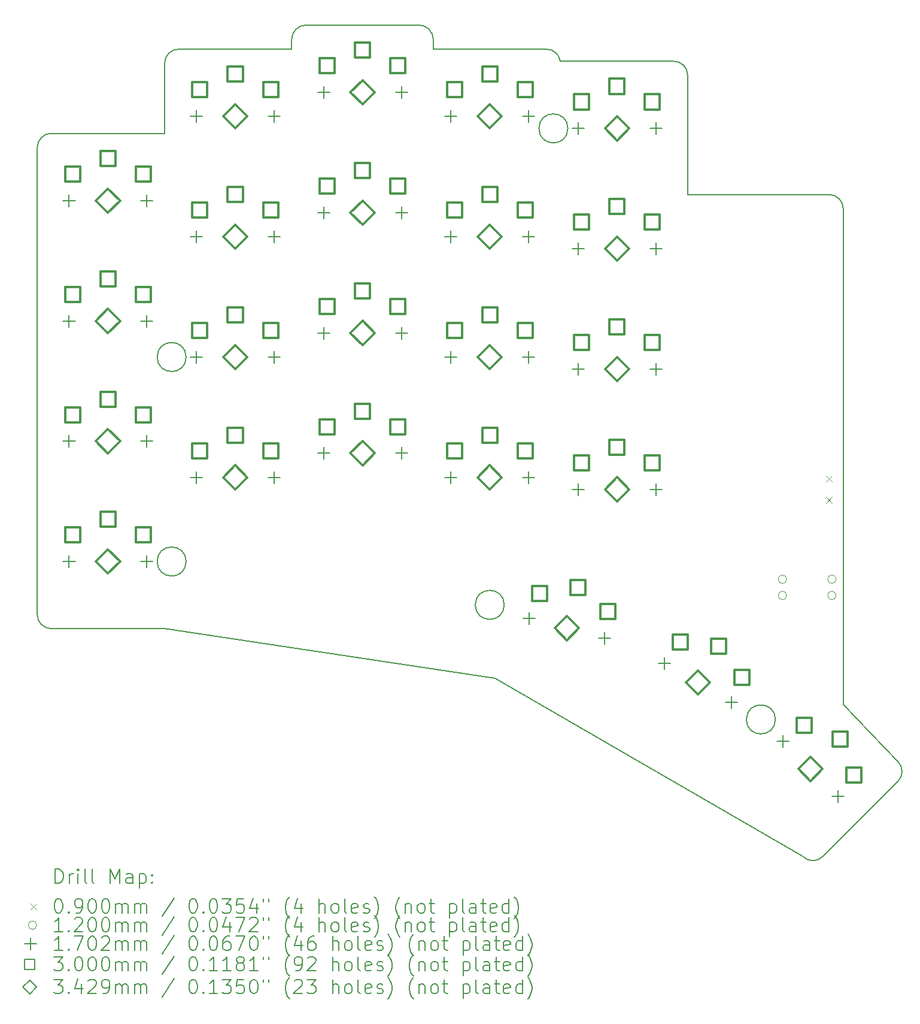
<source format=gbr>
%TF.GenerationSoftware,KiCad,Pcbnew,8.0.2*%
%TF.CreationDate,2024-05-30T16:08:45+01:00*%
%TF.ProjectId,board,626f6172-642e-46b6-9963-61645f706362,0.3*%
%TF.SameCoordinates,Original*%
%TF.FileFunction,Drillmap*%
%TF.FilePolarity,Positive*%
%FSLAX45Y45*%
G04 Gerber Fmt 4.5, Leading zero omitted, Abs format (unit mm)*
G04 Created by KiCad (PCBNEW 8.0.2) date 2024-05-30 16:08:45*
%MOMM*%
%LPD*%
G01*
G04 APERTURE LIST*
%ADD10C,0.150000*%
%ADD11C,0.200000*%
%ADD12C,0.100000*%
%ADD13C,0.120000*%
%ADD14C,0.170180*%
%ADD15C,0.300000*%
%ADD16C,0.342900*%
G04 APERTURE END LIST*
D10*
X2600000Y7380000D02*
G75*
G02*
X2800000Y7580000I200000J0D01*
G01*
X6200000Y7240000D02*
G75*
G02*
X6397739Y7069987I0J-200000D01*
G01*
X8000000Y7070000D02*
G75*
G02*
X8200000Y6870000I0J-200000D01*
G01*
X2600000Y7380000D02*
X2600000Y7240000D01*
X5605000Y-612000D02*
G75*
G02*
X5195000Y-612000I-205000J0D01*
G01*
X5195000Y-612000D02*
G75*
G02*
X5605000Y-612000I205000J0D01*
G01*
X800000Y7040000D02*
X800000Y6050000D01*
X9828883Y-4168666D02*
X5470711Y-1652474D01*
X10111726Y-4168666D02*
G75*
G02*
X9828879Y-4168671I-141426J141416D01*
G01*
X1105000Y0D02*
G75*
G02*
X695000Y0I-205000J0D01*
G01*
X695000Y0D02*
G75*
G02*
X1105000Y0I205000J0D01*
G01*
X-800000Y-950000D02*
X800000Y-950000D01*
X10200000Y5185000D02*
G75*
G02*
X10400000Y4985000I0J-200000D01*
G01*
X800000Y7040000D02*
G75*
G02*
X1000000Y7240000I200000J0D01*
G01*
X6505000Y6120000D02*
G75*
G02*
X6095000Y6120000I-205000J0D01*
G01*
X6095000Y6120000D02*
G75*
G02*
X6505000Y6120000I205000J0D01*
G01*
X10111726Y-4168666D02*
X11172386Y-3108006D01*
X2600000Y7240000D02*
X1000000Y7240000D01*
X9439913Y-2231194D02*
G75*
G02*
X9029913Y-2231194I-205000J0D01*
G01*
X9029913Y-2231194D02*
G75*
G02*
X9439913Y-2231194I205000J0D01*
G01*
X-1000000Y5850000D02*
G75*
G02*
X-800000Y6050000I200000J0D01*
G01*
X11172386Y-2825164D02*
G75*
G02*
X11172386Y-3108006I-141421J-141421D01*
G01*
X-800000Y-950000D02*
G75*
G02*
X-1000000Y-750000I0J200000D01*
G01*
X8200000Y5185000D02*
X8200000Y6870000D01*
X800000Y6050000D02*
X-800000Y6050000D01*
X8000000Y7070000D02*
X6400000Y7070000D01*
X4400000Y7580000D02*
X2800000Y7580000D01*
X5470711Y-1652474D02*
X800000Y-950000D01*
X10400000Y-2020873D02*
X10400000Y4985000D01*
X6200000Y7240000D02*
X4600000Y7240000D01*
X6397739Y7069987D02*
G75*
G02*
X6400000Y7070000I2261J-199657D01*
G01*
X1105000Y2890000D02*
G75*
G02*
X695000Y2890000I-205000J0D01*
G01*
X695000Y2890000D02*
G75*
G02*
X1105000Y2890000I205000J0D01*
G01*
X4400000Y7580000D02*
G75*
G02*
X4600000Y7380000I0J-200000D01*
G01*
X-1000000Y-750000D02*
X-1000000Y5850000D01*
X4600000Y7240000D02*
X4600000Y7380000D01*
X10400000Y-2020873D02*
X11172386Y-2825164D01*
X10200000Y5185000D02*
X8200000Y5185000D01*
D11*
D12*
X10155000Y1215000D02*
X10245000Y1125000D01*
X10245000Y1215000D02*
X10155000Y1125000D01*
X10155000Y1215000D02*
X10245000Y1125000D01*
X10245000Y1215000D02*
X10155000Y1125000D01*
X10155000Y915000D02*
X10245000Y825000D01*
X10245000Y915000D02*
X10155000Y825000D01*
X10155000Y915000D02*
X10245000Y825000D01*
X10245000Y915000D02*
X10155000Y825000D01*
D13*
X9600000Y-250000D02*
G75*
G02*
X9480000Y-250000I-60000J0D01*
G01*
X9480000Y-250000D02*
G75*
G02*
X9600000Y-250000I60000J0D01*
G01*
X9600000Y-480000D02*
G75*
G02*
X9480000Y-480000I-60000J0D01*
G01*
X9480000Y-480000D02*
G75*
G02*
X9600000Y-480000I60000J0D01*
G01*
X10300000Y-250000D02*
G75*
G02*
X10180000Y-250000I-60000J0D01*
G01*
X10180000Y-250000D02*
G75*
G02*
X10300000Y-250000I60000J0D01*
G01*
X10300000Y-480000D02*
G75*
G02*
X10180000Y-480000I-60000J0D01*
G01*
X10180000Y-480000D02*
G75*
G02*
X10300000Y-480000I60000J0D01*
G01*
D14*
X-550000Y5185090D02*
X-550000Y5014910D01*
X-635090Y5100000D02*
X-464910Y5100000D01*
X-550000Y3485090D02*
X-550000Y3314910D01*
X-635090Y3400000D02*
X-464910Y3400000D01*
X-550000Y1785090D02*
X-550000Y1614910D01*
X-635090Y1700000D02*
X-464910Y1700000D01*
X-550000Y85090D02*
X-550000Y-85090D01*
X-635090Y0D02*
X-464910Y0D01*
X550000Y5185090D02*
X550000Y5014910D01*
X464910Y5100000D02*
X635090Y5100000D01*
X550000Y3485090D02*
X550000Y3314910D01*
X464910Y3400000D02*
X635090Y3400000D01*
X550000Y1785090D02*
X550000Y1614910D01*
X464910Y1700000D02*
X635090Y1700000D01*
X550000Y85090D02*
X550000Y-85090D01*
X464910Y0D02*
X635090Y0D01*
X1250000Y6375090D02*
X1250000Y6204910D01*
X1164910Y6290000D02*
X1335090Y6290000D01*
X1250000Y4675090D02*
X1250000Y4504910D01*
X1164910Y4590000D02*
X1335090Y4590000D01*
X1250000Y2975090D02*
X1250000Y2804910D01*
X1164910Y2890000D02*
X1335090Y2890000D01*
X1250000Y1275090D02*
X1250000Y1104910D01*
X1164910Y1190000D02*
X1335090Y1190000D01*
X2350000Y6375090D02*
X2350000Y6204910D01*
X2264910Y6290000D02*
X2435090Y6290000D01*
X2350000Y4675090D02*
X2350000Y4504910D01*
X2264910Y4590000D02*
X2435090Y4590000D01*
X2350000Y2975090D02*
X2350000Y2804910D01*
X2264910Y2890000D02*
X2435090Y2890000D01*
X2350000Y1275090D02*
X2350000Y1104910D01*
X2264910Y1190000D02*
X2435090Y1190000D01*
X3050000Y6715090D02*
X3050000Y6544910D01*
X2964910Y6630000D02*
X3135090Y6630000D01*
X3050000Y5015090D02*
X3050000Y4844910D01*
X2964910Y4930000D02*
X3135090Y4930000D01*
X3050000Y3315090D02*
X3050000Y3144910D01*
X2964910Y3230000D02*
X3135090Y3230000D01*
X3050000Y1615090D02*
X3050000Y1444910D01*
X2964910Y1530000D02*
X3135090Y1530000D01*
X4150000Y6715090D02*
X4150000Y6544910D01*
X4064910Y6630000D02*
X4235090Y6630000D01*
X4150000Y5015090D02*
X4150000Y4844910D01*
X4064910Y4930000D02*
X4235090Y4930000D01*
X4150000Y3315090D02*
X4150000Y3144910D01*
X4064910Y3230000D02*
X4235090Y3230000D01*
X4150000Y1615090D02*
X4150000Y1444910D01*
X4064910Y1530000D02*
X4235090Y1530000D01*
X4850000Y6375090D02*
X4850000Y6204910D01*
X4764910Y6290000D02*
X4935090Y6290000D01*
X4850000Y4675090D02*
X4850000Y4504910D01*
X4764910Y4590000D02*
X4935090Y4590000D01*
X4850000Y2975090D02*
X4850000Y2804910D01*
X4764910Y2890000D02*
X4935090Y2890000D01*
X4850000Y1275090D02*
X4850000Y1104910D01*
X4764910Y1190000D02*
X4935090Y1190000D01*
X5950000Y6375090D02*
X5950000Y6204910D01*
X5864910Y6290000D02*
X6035090Y6290000D01*
X5950000Y4675090D02*
X5950000Y4504910D01*
X5864910Y4590000D02*
X6035090Y4590000D01*
X5950000Y2975090D02*
X5950000Y2804910D01*
X5864910Y2890000D02*
X6035090Y2890000D01*
X5950000Y1275090D02*
X5950000Y1104910D01*
X5864910Y1190000D02*
X6035090Y1190000D01*
X5958071Y-714459D02*
X5958071Y-884639D01*
X5872981Y-799549D02*
X6043161Y-799549D01*
X6650000Y6205090D02*
X6650000Y6034910D01*
X6564910Y6120000D02*
X6735090Y6120000D01*
X6650000Y4505090D02*
X6650000Y4334910D01*
X6564910Y4420000D02*
X6735090Y4420000D01*
X6650000Y2805090D02*
X6650000Y2634910D01*
X6564910Y2720000D02*
X6735090Y2720000D01*
X6650000Y1105090D02*
X6650000Y934910D01*
X6564910Y1020000D02*
X6735090Y1020000D01*
X7020589Y-999160D02*
X7020589Y-1169341D01*
X6935499Y-1084251D02*
X7105679Y-1084251D01*
X7750000Y6205090D02*
X7750000Y6034910D01*
X7664910Y6120000D02*
X7835090Y6120000D01*
X7750000Y4505090D02*
X7750000Y4334910D01*
X7664910Y4420000D02*
X7835090Y4420000D01*
X7750000Y2805090D02*
X7750000Y2634910D01*
X7664910Y2720000D02*
X7835090Y2720000D01*
X7750000Y1105090D02*
X7750000Y934910D01*
X7664910Y1020000D02*
X7835090Y1020000D01*
X7866776Y-1349660D02*
X7866776Y-1519840D01*
X7781686Y-1434750D02*
X7951866Y-1434750D01*
X8819404Y-1899660D02*
X8819404Y-2069840D01*
X8734314Y-1984750D02*
X8904494Y-1984750D01*
X9546041Y-2457231D02*
X9546041Y-2627411D01*
X9460951Y-2542321D02*
X9631131Y-2542321D01*
X10323859Y-3235049D02*
X10323859Y-3405229D01*
X10238769Y-3320139D02*
X10408949Y-3320139D01*
D15*
X-393933Y5368933D02*
X-393933Y5581067D01*
X-606067Y5581067D01*
X-606067Y5368933D01*
X-393933Y5368933D01*
X-393933Y3668933D02*
X-393933Y3881067D01*
X-606067Y3881067D01*
X-606067Y3668933D01*
X-393933Y3668933D01*
X-393933Y1968933D02*
X-393933Y2181067D01*
X-606067Y2181067D01*
X-606067Y1968933D01*
X-393933Y1968933D01*
X-393933Y268933D02*
X-393933Y481067D01*
X-606067Y481067D01*
X-606067Y268933D01*
X-393933Y268933D01*
X106067Y5588933D02*
X106067Y5801067D01*
X-106067Y5801067D01*
X-106067Y5588933D01*
X106067Y5588933D01*
X106067Y5588933D02*
X106067Y5801067D01*
X-106067Y5801067D01*
X-106067Y5588933D01*
X106067Y5588933D01*
X106067Y3888933D02*
X106067Y4101067D01*
X-106067Y4101067D01*
X-106067Y3888933D01*
X106067Y3888933D01*
X106067Y3888933D02*
X106067Y4101067D01*
X-106067Y4101067D01*
X-106067Y3888933D01*
X106067Y3888933D01*
X106067Y2188933D02*
X106067Y2401067D01*
X-106067Y2401067D01*
X-106067Y2188933D01*
X106067Y2188933D01*
X106067Y2188933D02*
X106067Y2401067D01*
X-106067Y2401067D01*
X-106067Y2188933D01*
X106067Y2188933D01*
X106067Y488933D02*
X106067Y701067D01*
X-106067Y701067D01*
X-106067Y488933D01*
X106067Y488933D01*
X106067Y488933D02*
X106067Y701067D01*
X-106067Y701067D01*
X-106067Y488933D01*
X106067Y488933D01*
X606067Y5368933D02*
X606067Y5581067D01*
X393933Y5581067D01*
X393933Y5368933D01*
X606067Y5368933D01*
X606067Y3668933D02*
X606067Y3881067D01*
X393933Y3881067D01*
X393933Y3668933D01*
X606067Y3668933D01*
X606067Y1968933D02*
X606067Y2181067D01*
X393933Y2181067D01*
X393933Y1968933D01*
X606067Y1968933D01*
X606067Y268933D02*
X606067Y481067D01*
X393933Y481067D01*
X393933Y268933D01*
X606067Y268933D01*
X1406067Y6558933D02*
X1406067Y6771067D01*
X1193933Y6771067D01*
X1193933Y6558933D01*
X1406067Y6558933D01*
X1406067Y4858933D02*
X1406067Y5071067D01*
X1193933Y5071067D01*
X1193933Y4858933D01*
X1406067Y4858933D01*
X1406067Y3158933D02*
X1406067Y3371067D01*
X1193933Y3371067D01*
X1193933Y3158933D01*
X1406067Y3158933D01*
X1406067Y1458933D02*
X1406067Y1671067D01*
X1193933Y1671067D01*
X1193933Y1458933D01*
X1406067Y1458933D01*
X1906067Y6778933D02*
X1906067Y6991067D01*
X1693933Y6991067D01*
X1693933Y6778933D01*
X1906067Y6778933D01*
X1906067Y6778933D02*
X1906067Y6991067D01*
X1693933Y6991067D01*
X1693933Y6778933D01*
X1906067Y6778933D01*
X1906067Y5078933D02*
X1906067Y5291067D01*
X1693933Y5291067D01*
X1693933Y5078933D01*
X1906067Y5078933D01*
X1906067Y5078933D02*
X1906067Y5291067D01*
X1693933Y5291067D01*
X1693933Y5078933D01*
X1906067Y5078933D01*
X1906067Y3378933D02*
X1906067Y3591067D01*
X1693933Y3591067D01*
X1693933Y3378933D01*
X1906067Y3378933D01*
X1906067Y3378933D02*
X1906067Y3591067D01*
X1693933Y3591067D01*
X1693933Y3378933D01*
X1906067Y3378933D01*
X1906067Y1678933D02*
X1906067Y1891067D01*
X1693933Y1891067D01*
X1693933Y1678933D01*
X1906067Y1678933D01*
X1906067Y1678933D02*
X1906067Y1891067D01*
X1693933Y1891067D01*
X1693933Y1678933D01*
X1906067Y1678933D01*
X2406067Y6558933D02*
X2406067Y6771067D01*
X2193933Y6771067D01*
X2193933Y6558933D01*
X2406067Y6558933D01*
X2406067Y4858933D02*
X2406067Y5071067D01*
X2193933Y5071067D01*
X2193933Y4858933D01*
X2406067Y4858933D01*
X2406067Y3158933D02*
X2406067Y3371067D01*
X2193933Y3371067D01*
X2193933Y3158933D01*
X2406067Y3158933D01*
X2406067Y1458933D02*
X2406067Y1671067D01*
X2193933Y1671067D01*
X2193933Y1458933D01*
X2406067Y1458933D01*
X3206067Y6898933D02*
X3206067Y7111067D01*
X2993933Y7111067D01*
X2993933Y6898933D01*
X3206067Y6898933D01*
X3206067Y5198933D02*
X3206067Y5411067D01*
X2993933Y5411067D01*
X2993933Y5198933D01*
X3206067Y5198933D01*
X3206067Y3498933D02*
X3206067Y3711067D01*
X2993933Y3711067D01*
X2993933Y3498933D01*
X3206067Y3498933D01*
X3206067Y1798933D02*
X3206067Y2011067D01*
X2993933Y2011067D01*
X2993933Y1798933D01*
X3206067Y1798933D01*
X3706067Y7118933D02*
X3706067Y7331067D01*
X3493933Y7331067D01*
X3493933Y7118933D01*
X3706067Y7118933D01*
X3706067Y7118933D02*
X3706067Y7331067D01*
X3493933Y7331067D01*
X3493933Y7118933D01*
X3706067Y7118933D01*
X3706067Y5418933D02*
X3706067Y5631067D01*
X3493933Y5631067D01*
X3493933Y5418933D01*
X3706067Y5418933D01*
X3706067Y5418933D02*
X3706067Y5631067D01*
X3493933Y5631067D01*
X3493933Y5418933D01*
X3706067Y5418933D01*
X3706067Y3718933D02*
X3706067Y3931067D01*
X3493933Y3931067D01*
X3493933Y3718933D01*
X3706067Y3718933D01*
X3706067Y3718933D02*
X3706067Y3931067D01*
X3493933Y3931067D01*
X3493933Y3718933D01*
X3706067Y3718933D01*
X3706067Y2018933D02*
X3706067Y2231067D01*
X3493933Y2231067D01*
X3493933Y2018933D01*
X3706067Y2018933D01*
X3706067Y2018933D02*
X3706067Y2231067D01*
X3493933Y2231067D01*
X3493933Y2018933D01*
X3706067Y2018933D01*
X4206067Y6898933D02*
X4206067Y7111067D01*
X3993933Y7111067D01*
X3993933Y6898933D01*
X4206067Y6898933D01*
X4206067Y5198933D02*
X4206067Y5411067D01*
X3993933Y5411067D01*
X3993933Y5198933D01*
X4206067Y5198933D01*
X4206067Y3498933D02*
X4206067Y3711067D01*
X3993933Y3711067D01*
X3993933Y3498933D01*
X4206067Y3498933D01*
X4206067Y1798933D02*
X4206067Y2011067D01*
X3993933Y2011067D01*
X3993933Y1798933D01*
X4206067Y1798933D01*
X5006067Y6558933D02*
X5006067Y6771067D01*
X4793933Y6771067D01*
X4793933Y6558933D01*
X5006067Y6558933D01*
X5006067Y4858933D02*
X5006067Y5071067D01*
X4793933Y5071067D01*
X4793933Y4858933D01*
X5006067Y4858933D01*
X5006067Y3158933D02*
X5006067Y3371067D01*
X4793933Y3371067D01*
X4793933Y3158933D01*
X5006067Y3158933D01*
X5006067Y1458933D02*
X5006067Y1671067D01*
X4793933Y1671067D01*
X4793933Y1458933D01*
X5006067Y1458933D01*
X5506067Y6778933D02*
X5506067Y6991067D01*
X5293933Y6991067D01*
X5293933Y6778933D01*
X5506067Y6778933D01*
X5506067Y6778933D02*
X5506067Y6991067D01*
X5293933Y6991067D01*
X5293933Y6778933D01*
X5506067Y6778933D01*
X5506067Y5078933D02*
X5506067Y5291067D01*
X5293933Y5291067D01*
X5293933Y5078933D01*
X5506067Y5078933D01*
X5506067Y5078933D02*
X5506067Y5291067D01*
X5293933Y5291067D01*
X5293933Y5078933D01*
X5506067Y5078933D01*
X5506067Y3378933D02*
X5506067Y3591067D01*
X5293933Y3591067D01*
X5293933Y3378933D01*
X5506067Y3378933D01*
X5506067Y3378933D02*
X5506067Y3591067D01*
X5293933Y3591067D01*
X5293933Y3378933D01*
X5506067Y3378933D01*
X5506067Y1678933D02*
X5506067Y1891067D01*
X5293933Y1891067D01*
X5293933Y1678933D01*
X5506067Y1678933D01*
X5506067Y1678933D02*
X5506067Y1891067D01*
X5293933Y1891067D01*
X5293933Y1678933D01*
X5506067Y1678933D01*
X6006067Y6558933D02*
X6006067Y6771067D01*
X5793933Y6771067D01*
X5793933Y6558933D01*
X6006067Y6558933D01*
X6006067Y4858933D02*
X6006067Y5071067D01*
X5793933Y5071067D01*
X5793933Y4858933D01*
X6006067Y4858933D01*
X6006067Y3158933D02*
X6006067Y3371067D01*
X5793933Y3371067D01*
X5793933Y3158933D01*
X6006067Y3158933D01*
X6006067Y1458933D02*
X6006067Y1671067D01*
X5793933Y1671067D01*
X5793933Y1458933D01*
X6006067Y1458933D01*
X6209491Y-556335D02*
X6209491Y-344201D01*
X5997357Y-344201D01*
X5997357Y-556335D01*
X6209491Y-556335D01*
X6749394Y-473241D02*
X6749394Y-261107D01*
X6537260Y-261107D01*
X6537260Y-473241D01*
X6749394Y-473241D01*
X6749394Y-473241D02*
X6749394Y-261107D01*
X6537260Y-261107D01*
X6537260Y-473241D01*
X6749394Y-473241D01*
X6806067Y6388933D02*
X6806067Y6601067D01*
X6593933Y6601067D01*
X6593933Y6388933D01*
X6806067Y6388933D01*
X6806067Y4688933D02*
X6806067Y4901067D01*
X6593933Y4901067D01*
X6593933Y4688933D01*
X6806067Y4688933D01*
X6806067Y2988933D02*
X6806067Y3201067D01*
X6593933Y3201067D01*
X6593933Y2988933D01*
X6806067Y2988933D01*
X6806067Y1288933D02*
X6806067Y1501067D01*
X6593933Y1501067D01*
X6593933Y1288933D01*
X6806067Y1288933D01*
X7175417Y-815154D02*
X7175417Y-603020D01*
X6963283Y-603020D01*
X6963283Y-815154D01*
X7175417Y-815154D01*
X7306067Y6608933D02*
X7306067Y6821067D01*
X7093933Y6821067D01*
X7093933Y6608933D01*
X7306067Y6608933D01*
X7306067Y6608933D02*
X7306067Y6821067D01*
X7093933Y6821067D01*
X7093933Y6608933D01*
X7306067Y6608933D01*
X7306067Y4908933D02*
X7306067Y5121067D01*
X7093933Y5121067D01*
X7093933Y4908933D01*
X7306067Y4908933D01*
X7306067Y4908933D02*
X7306067Y5121067D01*
X7093933Y5121067D01*
X7093933Y4908933D01*
X7306067Y4908933D01*
X7306067Y3208933D02*
X7306067Y3421067D01*
X7093933Y3421067D01*
X7093933Y3208933D01*
X7306067Y3208933D01*
X7306067Y3208933D02*
X7306067Y3421067D01*
X7093933Y3421067D01*
X7093933Y3208933D01*
X7306067Y3208933D01*
X7306067Y1508933D02*
X7306067Y1721067D01*
X7093933Y1721067D01*
X7093933Y1508933D01*
X7306067Y1508933D01*
X7306067Y1508933D02*
X7306067Y1721067D01*
X7093933Y1721067D01*
X7093933Y1508933D01*
X7306067Y1508933D01*
X7806067Y6388933D02*
X7806067Y6601067D01*
X7593933Y6601067D01*
X7593933Y6388933D01*
X7806067Y6388933D01*
X7806067Y4688933D02*
X7806067Y4901067D01*
X7593933Y4901067D01*
X7593933Y4688933D01*
X7806067Y4688933D01*
X7806067Y2988933D02*
X7806067Y3201067D01*
X7593933Y3201067D01*
X7593933Y2988933D01*
X7806067Y2988933D01*
X7806067Y1288933D02*
X7806067Y1501067D01*
X7593933Y1501067D01*
X7593933Y1288933D01*
X7806067Y1288933D01*
X8203644Y-1241058D02*
X8203644Y-1028923D01*
X7991510Y-1028923D01*
X7991510Y-1241058D01*
X8203644Y-1241058D01*
X8746657Y-1300532D02*
X8746657Y-1088398D01*
X8534523Y-1088398D01*
X8534523Y-1300532D01*
X8746657Y-1300532D01*
X8746657Y-1300532D02*
X8746657Y-1088398D01*
X8534523Y-1088398D01*
X8534523Y-1300532D01*
X8746657Y-1300532D01*
X9069670Y-1741057D02*
X9069670Y-1528923D01*
X8857536Y-1528923D01*
X8857536Y-1741057D01*
X9069670Y-1741057D01*
X9952629Y-2418579D02*
X9952629Y-2206445D01*
X9740495Y-2206445D01*
X9740495Y-2418579D01*
X9952629Y-2418579D01*
X10461746Y-2616569D02*
X10461746Y-2404435D01*
X10249612Y-2404435D01*
X10249612Y-2616569D01*
X10461746Y-2616569D01*
X10461746Y-2616569D02*
X10461746Y-2404435D01*
X10249612Y-2404435D01*
X10249612Y-2616569D01*
X10461746Y-2616569D01*
X10659735Y-3125685D02*
X10659735Y-2913551D01*
X10447601Y-2913551D01*
X10447601Y-3125685D01*
X10659735Y-3125685D01*
D16*
X0Y4928550D02*
X171450Y5100000D01*
X0Y5271450D01*
X-171450Y5100000D01*
X0Y4928550D01*
X0Y3228550D02*
X171450Y3400000D01*
X0Y3571450D01*
X-171450Y3400000D01*
X0Y3228550D01*
X0Y1528550D02*
X171450Y1700000D01*
X0Y1871450D01*
X-171450Y1700000D01*
X0Y1528550D01*
X0Y-171450D02*
X171450Y0D01*
X0Y171450D01*
X-171450Y0D01*
X0Y-171450D01*
X1800000Y6118550D02*
X1971450Y6290000D01*
X1800000Y6461450D01*
X1628550Y6290000D01*
X1800000Y6118550D01*
X1800000Y4418550D02*
X1971450Y4590000D01*
X1800000Y4761450D01*
X1628550Y4590000D01*
X1800000Y4418550D01*
X1800000Y2718550D02*
X1971450Y2890000D01*
X1800000Y3061450D01*
X1628550Y2890000D01*
X1800000Y2718550D01*
X1800000Y1018550D02*
X1971450Y1190000D01*
X1800000Y1361450D01*
X1628550Y1190000D01*
X1800000Y1018550D01*
X3600000Y6458550D02*
X3771450Y6630000D01*
X3600000Y6801450D01*
X3428550Y6630000D01*
X3600000Y6458550D01*
X3600000Y4758550D02*
X3771450Y4930000D01*
X3600000Y5101450D01*
X3428550Y4930000D01*
X3600000Y4758550D01*
X3600000Y3058550D02*
X3771450Y3230000D01*
X3600000Y3401450D01*
X3428550Y3230000D01*
X3600000Y3058550D01*
X3600000Y1358550D02*
X3771450Y1530000D01*
X3600000Y1701450D01*
X3428550Y1530000D01*
X3600000Y1358550D01*
X5400000Y6118550D02*
X5571450Y6290000D01*
X5400000Y6461450D01*
X5228550Y6290000D01*
X5400000Y6118550D01*
X5400000Y4418550D02*
X5571450Y4590000D01*
X5400000Y4761450D01*
X5228550Y4590000D01*
X5400000Y4418550D01*
X5400000Y2718550D02*
X5571450Y2890000D01*
X5400000Y3061450D01*
X5228550Y2890000D01*
X5400000Y2718550D01*
X5400000Y1018550D02*
X5571450Y1190000D01*
X5400000Y1361450D01*
X5228550Y1190000D01*
X5400000Y1018550D01*
X6489330Y-1113350D02*
X6660780Y-941900D01*
X6489330Y-770450D01*
X6317880Y-941900D01*
X6489330Y-1113350D01*
X7200000Y5948550D02*
X7371450Y6120000D01*
X7200000Y6291450D01*
X7028550Y6120000D01*
X7200000Y5948550D01*
X7200000Y4248550D02*
X7371450Y4420000D01*
X7200000Y4591450D01*
X7028550Y4420000D01*
X7200000Y4248550D01*
X7200000Y2548550D02*
X7371450Y2720000D01*
X7200000Y2891450D01*
X7028550Y2720000D01*
X7200000Y2548550D01*
X7200000Y848550D02*
X7371450Y1020000D01*
X7200000Y1191450D01*
X7028550Y1020000D01*
X7200000Y848550D01*
X8343090Y-1881200D02*
X8514540Y-1709750D01*
X8343090Y-1538300D01*
X8171640Y-1709750D01*
X8343090Y-1881200D01*
X9934950Y-3102680D02*
X10106400Y-2931230D01*
X9934950Y-2759780D01*
X9763500Y-2931230D01*
X9934950Y-3102680D01*
D11*
X-746723Y-4546233D02*
X-746723Y-4346233D01*
X-746723Y-4346233D02*
X-699104Y-4346233D01*
X-699104Y-4346233D02*
X-670533Y-4355757D01*
X-670533Y-4355757D02*
X-651485Y-4374805D01*
X-651485Y-4374805D02*
X-641961Y-4393852D01*
X-641961Y-4393852D02*
X-632437Y-4431948D01*
X-632437Y-4431948D02*
X-632437Y-4460519D01*
X-632437Y-4460519D02*
X-641961Y-4498614D01*
X-641961Y-4498614D02*
X-651485Y-4517662D01*
X-651485Y-4517662D02*
X-670533Y-4536710D01*
X-670533Y-4536710D02*
X-699104Y-4546233D01*
X-699104Y-4546233D02*
X-746723Y-4546233D01*
X-546723Y-4546233D02*
X-546723Y-4412900D01*
X-546723Y-4450995D02*
X-537199Y-4431948D01*
X-537199Y-4431948D02*
X-527676Y-4422424D01*
X-527676Y-4422424D02*
X-508628Y-4412900D01*
X-508628Y-4412900D02*
X-489580Y-4412900D01*
X-422914Y-4546233D02*
X-422914Y-4412900D01*
X-422914Y-4346233D02*
X-432437Y-4355757D01*
X-432437Y-4355757D02*
X-422914Y-4365281D01*
X-422914Y-4365281D02*
X-413390Y-4355757D01*
X-413390Y-4355757D02*
X-422914Y-4346233D01*
X-422914Y-4346233D02*
X-422914Y-4365281D01*
X-299104Y-4546233D02*
X-318152Y-4536710D01*
X-318152Y-4536710D02*
X-327676Y-4517662D01*
X-327676Y-4517662D02*
X-327676Y-4346233D01*
X-194342Y-4546233D02*
X-213390Y-4536710D01*
X-213390Y-4536710D02*
X-222914Y-4517662D01*
X-222914Y-4517662D02*
X-222914Y-4346233D01*
X34229Y-4546233D02*
X34229Y-4346233D01*
X34229Y-4346233D02*
X100896Y-4489091D01*
X100896Y-4489091D02*
X167563Y-4346233D01*
X167563Y-4346233D02*
X167563Y-4546233D01*
X348515Y-4546233D02*
X348515Y-4441472D01*
X348515Y-4441472D02*
X338991Y-4422424D01*
X338991Y-4422424D02*
X319944Y-4412900D01*
X319944Y-4412900D02*
X281848Y-4412900D01*
X281848Y-4412900D02*
X262801Y-4422424D01*
X348515Y-4536710D02*
X329467Y-4546233D01*
X329467Y-4546233D02*
X281848Y-4546233D01*
X281848Y-4546233D02*
X262801Y-4536710D01*
X262801Y-4536710D02*
X253277Y-4517662D01*
X253277Y-4517662D02*
X253277Y-4498614D01*
X253277Y-4498614D02*
X262801Y-4479567D01*
X262801Y-4479567D02*
X281848Y-4470043D01*
X281848Y-4470043D02*
X329467Y-4470043D01*
X329467Y-4470043D02*
X348515Y-4460519D01*
X443753Y-4412900D02*
X443753Y-4612900D01*
X443753Y-4422424D02*
X462801Y-4412900D01*
X462801Y-4412900D02*
X500896Y-4412900D01*
X500896Y-4412900D02*
X519943Y-4422424D01*
X519943Y-4422424D02*
X529467Y-4431948D01*
X529467Y-4431948D02*
X538991Y-4450995D01*
X538991Y-4450995D02*
X538991Y-4508138D01*
X538991Y-4508138D02*
X529467Y-4527186D01*
X529467Y-4527186D02*
X519943Y-4536710D01*
X519943Y-4536710D02*
X500896Y-4546233D01*
X500896Y-4546233D02*
X462801Y-4546233D01*
X462801Y-4546233D02*
X443753Y-4536710D01*
X624705Y-4527186D02*
X634229Y-4536710D01*
X634229Y-4536710D02*
X624705Y-4546233D01*
X624705Y-4546233D02*
X615182Y-4536710D01*
X615182Y-4536710D02*
X624705Y-4527186D01*
X624705Y-4527186D02*
X624705Y-4546233D01*
X624705Y-4422424D02*
X634229Y-4431948D01*
X634229Y-4431948D02*
X624705Y-4441472D01*
X624705Y-4441472D02*
X615182Y-4431948D01*
X615182Y-4431948D02*
X624705Y-4422424D01*
X624705Y-4422424D02*
X624705Y-4441472D01*
D12*
X-1097500Y-4829750D02*
X-1007500Y-4919750D01*
X-1007500Y-4829750D02*
X-1097500Y-4919750D01*
D11*
X-708628Y-4766233D02*
X-689580Y-4766233D01*
X-689580Y-4766233D02*
X-670533Y-4775757D01*
X-670533Y-4775757D02*
X-661009Y-4785281D01*
X-661009Y-4785281D02*
X-651485Y-4804329D01*
X-651485Y-4804329D02*
X-641961Y-4842424D01*
X-641961Y-4842424D02*
X-641961Y-4890043D01*
X-641961Y-4890043D02*
X-651485Y-4928138D01*
X-651485Y-4928138D02*
X-661009Y-4947186D01*
X-661009Y-4947186D02*
X-670533Y-4956710D01*
X-670533Y-4956710D02*
X-689580Y-4966233D01*
X-689580Y-4966233D02*
X-708628Y-4966233D01*
X-708628Y-4966233D02*
X-727675Y-4956710D01*
X-727675Y-4956710D02*
X-737199Y-4947186D01*
X-737199Y-4947186D02*
X-746723Y-4928138D01*
X-746723Y-4928138D02*
X-756247Y-4890043D01*
X-756247Y-4890043D02*
X-756247Y-4842424D01*
X-756247Y-4842424D02*
X-746723Y-4804329D01*
X-746723Y-4804329D02*
X-737199Y-4785281D01*
X-737199Y-4785281D02*
X-727675Y-4775757D01*
X-727675Y-4775757D02*
X-708628Y-4766233D01*
X-556247Y-4947186D02*
X-546723Y-4956710D01*
X-546723Y-4956710D02*
X-556247Y-4966233D01*
X-556247Y-4966233D02*
X-565771Y-4956710D01*
X-565771Y-4956710D02*
X-556247Y-4947186D01*
X-556247Y-4947186D02*
X-556247Y-4966233D01*
X-451485Y-4966233D02*
X-413390Y-4966233D01*
X-413390Y-4966233D02*
X-394342Y-4956710D01*
X-394342Y-4956710D02*
X-384818Y-4947186D01*
X-384818Y-4947186D02*
X-365771Y-4918614D01*
X-365771Y-4918614D02*
X-356247Y-4880519D01*
X-356247Y-4880519D02*
X-356247Y-4804329D01*
X-356247Y-4804329D02*
X-365771Y-4785281D01*
X-365771Y-4785281D02*
X-375294Y-4775757D01*
X-375294Y-4775757D02*
X-394342Y-4766233D01*
X-394342Y-4766233D02*
X-432437Y-4766233D01*
X-432437Y-4766233D02*
X-451485Y-4775757D01*
X-451485Y-4775757D02*
X-461009Y-4785281D01*
X-461009Y-4785281D02*
X-470533Y-4804329D01*
X-470533Y-4804329D02*
X-470533Y-4851948D01*
X-470533Y-4851948D02*
X-461009Y-4870995D01*
X-461009Y-4870995D02*
X-451485Y-4880519D01*
X-451485Y-4880519D02*
X-432437Y-4890043D01*
X-432437Y-4890043D02*
X-394342Y-4890043D01*
X-394342Y-4890043D02*
X-375294Y-4880519D01*
X-375294Y-4880519D02*
X-365771Y-4870995D01*
X-365771Y-4870995D02*
X-356247Y-4851948D01*
X-232437Y-4766233D02*
X-213390Y-4766233D01*
X-213390Y-4766233D02*
X-194342Y-4775757D01*
X-194342Y-4775757D02*
X-184818Y-4785281D01*
X-184818Y-4785281D02*
X-175294Y-4804329D01*
X-175294Y-4804329D02*
X-165771Y-4842424D01*
X-165771Y-4842424D02*
X-165771Y-4890043D01*
X-165771Y-4890043D02*
X-175294Y-4928138D01*
X-175294Y-4928138D02*
X-184818Y-4947186D01*
X-184818Y-4947186D02*
X-194342Y-4956710D01*
X-194342Y-4956710D02*
X-213390Y-4966233D01*
X-213390Y-4966233D02*
X-232437Y-4966233D01*
X-232437Y-4966233D02*
X-251485Y-4956710D01*
X-251485Y-4956710D02*
X-261009Y-4947186D01*
X-261009Y-4947186D02*
X-270533Y-4928138D01*
X-270533Y-4928138D02*
X-280056Y-4890043D01*
X-280056Y-4890043D02*
X-280056Y-4842424D01*
X-280056Y-4842424D02*
X-270533Y-4804329D01*
X-270533Y-4804329D02*
X-261009Y-4785281D01*
X-261009Y-4785281D02*
X-251485Y-4775757D01*
X-251485Y-4775757D02*
X-232437Y-4766233D01*
X-41961Y-4766233D02*
X-22913Y-4766233D01*
X-22913Y-4766233D02*
X-3866Y-4775757D01*
X-3866Y-4775757D02*
X5658Y-4785281D01*
X5658Y-4785281D02*
X15182Y-4804329D01*
X15182Y-4804329D02*
X24705Y-4842424D01*
X24705Y-4842424D02*
X24705Y-4890043D01*
X24705Y-4890043D02*
X15182Y-4928138D01*
X15182Y-4928138D02*
X5658Y-4947186D01*
X5658Y-4947186D02*
X-3866Y-4956710D01*
X-3866Y-4956710D02*
X-22913Y-4966233D01*
X-22913Y-4966233D02*
X-41961Y-4966233D01*
X-41961Y-4966233D02*
X-61009Y-4956710D01*
X-61009Y-4956710D02*
X-70533Y-4947186D01*
X-70533Y-4947186D02*
X-80056Y-4928138D01*
X-80056Y-4928138D02*
X-89580Y-4890043D01*
X-89580Y-4890043D02*
X-89580Y-4842424D01*
X-89580Y-4842424D02*
X-80056Y-4804329D01*
X-80056Y-4804329D02*
X-70533Y-4785281D01*
X-70533Y-4785281D02*
X-61009Y-4775757D01*
X-61009Y-4775757D02*
X-41961Y-4766233D01*
X110420Y-4966233D02*
X110420Y-4832900D01*
X110420Y-4851948D02*
X119943Y-4842424D01*
X119943Y-4842424D02*
X138991Y-4832900D01*
X138991Y-4832900D02*
X167563Y-4832900D01*
X167563Y-4832900D02*
X186610Y-4842424D01*
X186610Y-4842424D02*
X196134Y-4861472D01*
X196134Y-4861472D02*
X196134Y-4966233D01*
X196134Y-4861472D02*
X205658Y-4842424D01*
X205658Y-4842424D02*
X224705Y-4832900D01*
X224705Y-4832900D02*
X253277Y-4832900D01*
X253277Y-4832900D02*
X272325Y-4842424D01*
X272325Y-4842424D02*
X281848Y-4861472D01*
X281848Y-4861472D02*
X281848Y-4966233D01*
X377086Y-4966233D02*
X377086Y-4832900D01*
X377086Y-4851948D02*
X386610Y-4842424D01*
X386610Y-4842424D02*
X405658Y-4832900D01*
X405658Y-4832900D02*
X434229Y-4832900D01*
X434229Y-4832900D02*
X453277Y-4842424D01*
X453277Y-4842424D02*
X462801Y-4861472D01*
X462801Y-4861472D02*
X462801Y-4966233D01*
X462801Y-4861472D02*
X472324Y-4842424D01*
X472324Y-4842424D02*
X491372Y-4832900D01*
X491372Y-4832900D02*
X519943Y-4832900D01*
X519943Y-4832900D02*
X538991Y-4842424D01*
X538991Y-4842424D02*
X548515Y-4861472D01*
X548515Y-4861472D02*
X548515Y-4966233D01*
X938991Y-4756710D02*
X767563Y-5013852D01*
X1196134Y-4766233D02*
X1215182Y-4766233D01*
X1215182Y-4766233D02*
X1234229Y-4775757D01*
X1234229Y-4775757D02*
X1243753Y-4785281D01*
X1243753Y-4785281D02*
X1253277Y-4804329D01*
X1253277Y-4804329D02*
X1262801Y-4842424D01*
X1262801Y-4842424D02*
X1262801Y-4890043D01*
X1262801Y-4890043D02*
X1253277Y-4928138D01*
X1253277Y-4928138D02*
X1243753Y-4947186D01*
X1243753Y-4947186D02*
X1234229Y-4956710D01*
X1234229Y-4956710D02*
X1215182Y-4966233D01*
X1215182Y-4966233D02*
X1196134Y-4966233D01*
X1196134Y-4966233D02*
X1177087Y-4956710D01*
X1177087Y-4956710D02*
X1167563Y-4947186D01*
X1167563Y-4947186D02*
X1158039Y-4928138D01*
X1158039Y-4928138D02*
X1148515Y-4890043D01*
X1148515Y-4890043D02*
X1148515Y-4842424D01*
X1148515Y-4842424D02*
X1158039Y-4804329D01*
X1158039Y-4804329D02*
X1167563Y-4785281D01*
X1167563Y-4785281D02*
X1177087Y-4775757D01*
X1177087Y-4775757D02*
X1196134Y-4766233D01*
X1348515Y-4947186D02*
X1358039Y-4956710D01*
X1358039Y-4956710D02*
X1348515Y-4966233D01*
X1348515Y-4966233D02*
X1338991Y-4956710D01*
X1338991Y-4956710D02*
X1348515Y-4947186D01*
X1348515Y-4947186D02*
X1348515Y-4966233D01*
X1481848Y-4766233D02*
X1500896Y-4766233D01*
X1500896Y-4766233D02*
X1519944Y-4775757D01*
X1519944Y-4775757D02*
X1529467Y-4785281D01*
X1529467Y-4785281D02*
X1538991Y-4804329D01*
X1538991Y-4804329D02*
X1548515Y-4842424D01*
X1548515Y-4842424D02*
X1548515Y-4890043D01*
X1548515Y-4890043D02*
X1538991Y-4928138D01*
X1538991Y-4928138D02*
X1529467Y-4947186D01*
X1529467Y-4947186D02*
X1519944Y-4956710D01*
X1519944Y-4956710D02*
X1500896Y-4966233D01*
X1500896Y-4966233D02*
X1481848Y-4966233D01*
X1481848Y-4966233D02*
X1462801Y-4956710D01*
X1462801Y-4956710D02*
X1453277Y-4947186D01*
X1453277Y-4947186D02*
X1443753Y-4928138D01*
X1443753Y-4928138D02*
X1434229Y-4890043D01*
X1434229Y-4890043D02*
X1434229Y-4842424D01*
X1434229Y-4842424D02*
X1443753Y-4804329D01*
X1443753Y-4804329D02*
X1453277Y-4785281D01*
X1453277Y-4785281D02*
X1462801Y-4775757D01*
X1462801Y-4775757D02*
X1481848Y-4766233D01*
X1615182Y-4766233D02*
X1738991Y-4766233D01*
X1738991Y-4766233D02*
X1672325Y-4842424D01*
X1672325Y-4842424D02*
X1700896Y-4842424D01*
X1700896Y-4842424D02*
X1719944Y-4851948D01*
X1719944Y-4851948D02*
X1729467Y-4861472D01*
X1729467Y-4861472D02*
X1738991Y-4880519D01*
X1738991Y-4880519D02*
X1738991Y-4928138D01*
X1738991Y-4928138D02*
X1729467Y-4947186D01*
X1729467Y-4947186D02*
X1719944Y-4956710D01*
X1719944Y-4956710D02*
X1700896Y-4966233D01*
X1700896Y-4966233D02*
X1643753Y-4966233D01*
X1643753Y-4966233D02*
X1624706Y-4956710D01*
X1624706Y-4956710D02*
X1615182Y-4947186D01*
X1919944Y-4766233D02*
X1824706Y-4766233D01*
X1824706Y-4766233D02*
X1815182Y-4861472D01*
X1815182Y-4861472D02*
X1824706Y-4851948D01*
X1824706Y-4851948D02*
X1843753Y-4842424D01*
X1843753Y-4842424D02*
X1891372Y-4842424D01*
X1891372Y-4842424D02*
X1910420Y-4851948D01*
X1910420Y-4851948D02*
X1919944Y-4861472D01*
X1919944Y-4861472D02*
X1929467Y-4880519D01*
X1929467Y-4880519D02*
X1929467Y-4928138D01*
X1929467Y-4928138D02*
X1919944Y-4947186D01*
X1919944Y-4947186D02*
X1910420Y-4956710D01*
X1910420Y-4956710D02*
X1891372Y-4966233D01*
X1891372Y-4966233D02*
X1843753Y-4966233D01*
X1843753Y-4966233D02*
X1824706Y-4956710D01*
X1824706Y-4956710D02*
X1815182Y-4947186D01*
X2100896Y-4832900D02*
X2100896Y-4966233D01*
X2053277Y-4756710D02*
X2005658Y-4899567D01*
X2005658Y-4899567D02*
X2129468Y-4899567D01*
X2196134Y-4766233D02*
X2196134Y-4804329D01*
X2272325Y-4766233D02*
X2272325Y-4804329D01*
X2567563Y-5042424D02*
X2558039Y-5032900D01*
X2558039Y-5032900D02*
X2538991Y-5004329D01*
X2538991Y-5004329D02*
X2529468Y-4985281D01*
X2529468Y-4985281D02*
X2519944Y-4956710D01*
X2519944Y-4956710D02*
X2510420Y-4909091D01*
X2510420Y-4909091D02*
X2510420Y-4870995D01*
X2510420Y-4870995D02*
X2519944Y-4823376D01*
X2519944Y-4823376D02*
X2529468Y-4794805D01*
X2529468Y-4794805D02*
X2538991Y-4775757D01*
X2538991Y-4775757D02*
X2558039Y-4747186D01*
X2558039Y-4747186D02*
X2567563Y-4737662D01*
X2729468Y-4832900D02*
X2729468Y-4966233D01*
X2681849Y-4756710D02*
X2634230Y-4899567D01*
X2634230Y-4899567D02*
X2758039Y-4899567D01*
X2986610Y-4966233D02*
X2986610Y-4766233D01*
X3072325Y-4966233D02*
X3072325Y-4861472D01*
X3072325Y-4861472D02*
X3062801Y-4842424D01*
X3062801Y-4842424D02*
X3043753Y-4832900D01*
X3043753Y-4832900D02*
X3015182Y-4832900D01*
X3015182Y-4832900D02*
X2996134Y-4842424D01*
X2996134Y-4842424D02*
X2986610Y-4851948D01*
X3196134Y-4966233D02*
X3177087Y-4956710D01*
X3177087Y-4956710D02*
X3167563Y-4947186D01*
X3167563Y-4947186D02*
X3158039Y-4928138D01*
X3158039Y-4928138D02*
X3158039Y-4870995D01*
X3158039Y-4870995D02*
X3167563Y-4851948D01*
X3167563Y-4851948D02*
X3177087Y-4842424D01*
X3177087Y-4842424D02*
X3196134Y-4832900D01*
X3196134Y-4832900D02*
X3224706Y-4832900D01*
X3224706Y-4832900D02*
X3243753Y-4842424D01*
X3243753Y-4842424D02*
X3253277Y-4851948D01*
X3253277Y-4851948D02*
X3262801Y-4870995D01*
X3262801Y-4870995D02*
X3262801Y-4928138D01*
X3262801Y-4928138D02*
X3253277Y-4947186D01*
X3253277Y-4947186D02*
X3243753Y-4956710D01*
X3243753Y-4956710D02*
X3224706Y-4966233D01*
X3224706Y-4966233D02*
X3196134Y-4966233D01*
X3377087Y-4966233D02*
X3358039Y-4956710D01*
X3358039Y-4956710D02*
X3348515Y-4937662D01*
X3348515Y-4937662D02*
X3348515Y-4766233D01*
X3529468Y-4956710D02*
X3510420Y-4966233D01*
X3510420Y-4966233D02*
X3472325Y-4966233D01*
X3472325Y-4966233D02*
X3453277Y-4956710D01*
X3453277Y-4956710D02*
X3443753Y-4937662D01*
X3443753Y-4937662D02*
X3443753Y-4861472D01*
X3443753Y-4861472D02*
X3453277Y-4842424D01*
X3453277Y-4842424D02*
X3472325Y-4832900D01*
X3472325Y-4832900D02*
X3510420Y-4832900D01*
X3510420Y-4832900D02*
X3529468Y-4842424D01*
X3529468Y-4842424D02*
X3538991Y-4861472D01*
X3538991Y-4861472D02*
X3538991Y-4880519D01*
X3538991Y-4880519D02*
X3443753Y-4899567D01*
X3615182Y-4956710D02*
X3634230Y-4966233D01*
X3634230Y-4966233D02*
X3672325Y-4966233D01*
X3672325Y-4966233D02*
X3691372Y-4956710D01*
X3691372Y-4956710D02*
X3700896Y-4937662D01*
X3700896Y-4937662D02*
X3700896Y-4928138D01*
X3700896Y-4928138D02*
X3691372Y-4909091D01*
X3691372Y-4909091D02*
X3672325Y-4899567D01*
X3672325Y-4899567D02*
X3643753Y-4899567D01*
X3643753Y-4899567D02*
X3624706Y-4890043D01*
X3624706Y-4890043D02*
X3615182Y-4870995D01*
X3615182Y-4870995D02*
X3615182Y-4861472D01*
X3615182Y-4861472D02*
X3624706Y-4842424D01*
X3624706Y-4842424D02*
X3643753Y-4832900D01*
X3643753Y-4832900D02*
X3672325Y-4832900D01*
X3672325Y-4832900D02*
X3691372Y-4842424D01*
X3767563Y-5042424D02*
X3777087Y-5032900D01*
X3777087Y-5032900D02*
X3796134Y-5004329D01*
X3796134Y-5004329D02*
X3805658Y-4985281D01*
X3805658Y-4985281D02*
X3815182Y-4956710D01*
X3815182Y-4956710D02*
X3824706Y-4909091D01*
X3824706Y-4909091D02*
X3824706Y-4870995D01*
X3824706Y-4870995D02*
X3815182Y-4823376D01*
X3815182Y-4823376D02*
X3805658Y-4794805D01*
X3805658Y-4794805D02*
X3796134Y-4775757D01*
X3796134Y-4775757D02*
X3777087Y-4747186D01*
X3777087Y-4747186D02*
X3767563Y-4737662D01*
X4129468Y-5042424D02*
X4119944Y-5032900D01*
X4119944Y-5032900D02*
X4100896Y-5004329D01*
X4100896Y-5004329D02*
X4091372Y-4985281D01*
X4091372Y-4985281D02*
X4081849Y-4956710D01*
X4081849Y-4956710D02*
X4072325Y-4909091D01*
X4072325Y-4909091D02*
X4072325Y-4870995D01*
X4072325Y-4870995D02*
X4081849Y-4823376D01*
X4081849Y-4823376D02*
X4091372Y-4794805D01*
X4091372Y-4794805D02*
X4100896Y-4775757D01*
X4100896Y-4775757D02*
X4119944Y-4747186D01*
X4119944Y-4747186D02*
X4129468Y-4737662D01*
X4205658Y-4832900D02*
X4205658Y-4966233D01*
X4205658Y-4851948D02*
X4215182Y-4842424D01*
X4215182Y-4842424D02*
X4234230Y-4832900D01*
X4234230Y-4832900D02*
X4262801Y-4832900D01*
X4262801Y-4832900D02*
X4281849Y-4842424D01*
X4281849Y-4842424D02*
X4291373Y-4861472D01*
X4291373Y-4861472D02*
X4291373Y-4966233D01*
X4415182Y-4966233D02*
X4396134Y-4956710D01*
X4396134Y-4956710D02*
X4386611Y-4947186D01*
X4386611Y-4947186D02*
X4377087Y-4928138D01*
X4377087Y-4928138D02*
X4377087Y-4870995D01*
X4377087Y-4870995D02*
X4386611Y-4851948D01*
X4386611Y-4851948D02*
X4396134Y-4842424D01*
X4396134Y-4842424D02*
X4415182Y-4832900D01*
X4415182Y-4832900D02*
X4443754Y-4832900D01*
X4443754Y-4832900D02*
X4462801Y-4842424D01*
X4462801Y-4842424D02*
X4472325Y-4851948D01*
X4472325Y-4851948D02*
X4481849Y-4870995D01*
X4481849Y-4870995D02*
X4481849Y-4928138D01*
X4481849Y-4928138D02*
X4472325Y-4947186D01*
X4472325Y-4947186D02*
X4462801Y-4956710D01*
X4462801Y-4956710D02*
X4443754Y-4966233D01*
X4443754Y-4966233D02*
X4415182Y-4966233D01*
X4538992Y-4832900D02*
X4615182Y-4832900D01*
X4567563Y-4766233D02*
X4567563Y-4937662D01*
X4567563Y-4937662D02*
X4577087Y-4956710D01*
X4577087Y-4956710D02*
X4596134Y-4966233D01*
X4596134Y-4966233D02*
X4615182Y-4966233D01*
X4834230Y-4832900D02*
X4834230Y-5032900D01*
X4834230Y-4842424D02*
X4853277Y-4832900D01*
X4853277Y-4832900D02*
X4891373Y-4832900D01*
X4891373Y-4832900D02*
X4910420Y-4842424D01*
X4910420Y-4842424D02*
X4919944Y-4851948D01*
X4919944Y-4851948D02*
X4929468Y-4870995D01*
X4929468Y-4870995D02*
X4929468Y-4928138D01*
X4929468Y-4928138D02*
X4919944Y-4947186D01*
X4919944Y-4947186D02*
X4910420Y-4956710D01*
X4910420Y-4956710D02*
X4891373Y-4966233D01*
X4891373Y-4966233D02*
X4853277Y-4966233D01*
X4853277Y-4966233D02*
X4834230Y-4956710D01*
X5043754Y-4966233D02*
X5024706Y-4956710D01*
X5024706Y-4956710D02*
X5015182Y-4937662D01*
X5015182Y-4937662D02*
X5015182Y-4766233D01*
X5205658Y-4966233D02*
X5205658Y-4861472D01*
X5205658Y-4861472D02*
X5196135Y-4842424D01*
X5196135Y-4842424D02*
X5177087Y-4832900D01*
X5177087Y-4832900D02*
X5138992Y-4832900D01*
X5138992Y-4832900D02*
X5119944Y-4842424D01*
X5205658Y-4956710D02*
X5186611Y-4966233D01*
X5186611Y-4966233D02*
X5138992Y-4966233D01*
X5138992Y-4966233D02*
X5119944Y-4956710D01*
X5119944Y-4956710D02*
X5110420Y-4937662D01*
X5110420Y-4937662D02*
X5110420Y-4918614D01*
X5110420Y-4918614D02*
X5119944Y-4899567D01*
X5119944Y-4899567D02*
X5138992Y-4890043D01*
X5138992Y-4890043D02*
X5186611Y-4890043D01*
X5186611Y-4890043D02*
X5205658Y-4880519D01*
X5272325Y-4832900D02*
X5348515Y-4832900D01*
X5300896Y-4766233D02*
X5300896Y-4937662D01*
X5300896Y-4937662D02*
X5310420Y-4956710D01*
X5310420Y-4956710D02*
X5329468Y-4966233D01*
X5329468Y-4966233D02*
X5348515Y-4966233D01*
X5491373Y-4956710D02*
X5472325Y-4966233D01*
X5472325Y-4966233D02*
X5434230Y-4966233D01*
X5434230Y-4966233D02*
X5415182Y-4956710D01*
X5415182Y-4956710D02*
X5405658Y-4937662D01*
X5405658Y-4937662D02*
X5405658Y-4861472D01*
X5405658Y-4861472D02*
X5415182Y-4842424D01*
X5415182Y-4842424D02*
X5434230Y-4832900D01*
X5434230Y-4832900D02*
X5472325Y-4832900D01*
X5472325Y-4832900D02*
X5491373Y-4842424D01*
X5491373Y-4842424D02*
X5500896Y-4861472D01*
X5500896Y-4861472D02*
X5500896Y-4880519D01*
X5500896Y-4880519D02*
X5405658Y-4899567D01*
X5672325Y-4966233D02*
X5672325Y-4766233D01*
X5672325Y-4956710D02*
X5653277Y-4966233D01*
X5653277Y-4966233D02*
X5615182Y-4966233D01*
X5615182Y-4966233D02*
X5596134Y-4956710D01*
X5596134Y-4956710D02*
X5586611Y-4947186D01*
X5586611Y-4947186D02*
X5577087Y-4928138D01*
X5577087Y-4928138D02*
X5577087Y-4870995D01*
X5577087Y-4870995D02*
X5586611Y-4851948D01*
X5586611Y-4851948D02*
X5596134Y-4842424D01*
X5596134Y-4842424D02*
X5615182Y-4832900D01*
X5615182Y-4832900D02*
X5653277Y-4832900D01*
X5653277Y-4832900D02*
X5672325Y-4842424D01*
X5748515Y-5042424D02*
X5758039Y-5032900D01*
X5758039Y-5032900D02*
X5777087Y-5004329D01*
X5777087Y-5004329D02*
X5786611Y-4985281D01*
X5786611Y-4985281D02*
X5796134Y-4956710D01*
X5796134Y-4956710D02*
X5805658Y-4909091D01*
X5805658Y-4909091D02*
X5805658Y-4870995D01*
X5805658Y-4870995D02*
X5796134Y-4823376D01*
X5796134Y-4823376D02*
X5786611Y-4794805D01*
X5786611Y-4794805D02*
X5777087Y-4775757D01*
X5777087Y-4775757D02*
X5758039Y-4747186D01*
X5758039Y-4747186D02*
X5748515Y-4737662D01*
D13*
X-1007500Y-5138750D02*
G75*
G02*
X-1127500Y-5138750I-60000J0D01*
G01*
X-1127500Y-5138750D02*
G75*
G02*
X-1007500Y-5138750I60000J0D01*
G01*
D11*
X-641961Y-5230233D02*
X-756247Y-5230233D01*
X-699104Y-5230233D02*
X-699104Y-5030233D01*
X-699104Y-5030233D02*
X-718152Y-5058805D01*
X-718152Y-5058805D02*
X-737199Y-5077852D01*
X-737199Y-5077852D02*
X-756247Y-5087376D01*
X-556247Y-5211186D02*
X-546723Y-5220710D01*
X-546723Y-5220710D02*
X-556247Y-5230233D01*
X-556247Y-5230233D02*
X-565771Y-5220710D01*
X-565771Y-5220710D02*
X-556247Y-5211186D01*
X-556247Y-5211186D02*
X-556247Y-5230233D01*
X-470533Y-5049281D02*
X-461009Y-5039757D01*
X-461009Y-5039757D02*
X-441961Y-5030233D01*
X-441961Y-5030233D02*
X-394342Y-5030233D01*
X-394342Y-5030233D02*
X-375294Y-5039757D01*
X-375294Y-5039757D02*
X-365771Y-5049281D01*
X-365771Y-5049281D02*
X-356247Y-5068329D01*
X-356247Y-5068329D02*
X-356247Y-5087376D01*
X-356247Y-5087376D02*
X-365771Y-5115948D01*
X-365771Y-5115948D02*
X-480056Y-5230233D01*
X-480056Y-5230233D02*
X-356247Y-5230233D01*
X-232437Y-5030233D02*
X-213390Y-5030233D01*
X-213390Y-5030233D02*
X-194342Y-5039757D01*
X-194342Y-5039757D02*
X-184818Y-5049281D01*
X-184818Y-5049281D02*
X-175294Y-5068329D01*
X-175294Y-5068329D02*
X-165771Y-5106424D01*
X-165771Y-5106424D02*
X-165771Y-5154043D01*
X-165771Y-5154043D02*
X-175294Y-5192138D01*
X-175294Y-5192138D02*
X-184818Y-5211186D01*
X-184818Y-5211186D02*
X-194342Y-5220710D01*
X-194342Y-5220710D02*
X-213390Y-5230233D01*
X-213390Y-5230233D02*
X-232437Y-5230233D01*
X-232437Y-5230233D02*
X-251485Y-5220710D01*
X-251485Y-5220710D02*
X-261009Y-5211186D01*
X-261009Y-5211186D02*
X-270533Y-5192138D01*
X-270533Y-5192138D02*
X-280056Y-5154043D01*
X-280056Y-5154043D02*
X-280056Y-5106424D01*
X-280056Y-5106424D02*
X-270533Y-5068329D01*
X-270533Y-5068329D02*
X-261009Y-5049281D01*
X-261009Y-5049281D02*
X-251485Y-5039757D01*
X-251485Y-5039757D02*
X-232437Y-5030233D01*
X-41961Y-5030233D02*
X-22913Y-5030233D01*
X-22913Y-5030233D02*
X-3866Y-5039757D01*
X-3866Y-5039757D02*
X5658Y-5049281D01*
X5658Y-5049281D02*
X15182Y-5068329D01*
X15182Y-5068329D02*
X24705Y-5106424D01*
X24705Y-5106424D02*
X24705Y-5154043D01*
X24705Y-5154043D02*
X15182Y-5192138D01*
X15182Y-5192138D02*
X5658Y-5211186D01*
X5658Y-5211186D02*
X-3866Y-5220710D01*
X-3866Y-5220710D02*
X-22913Y-5230233D01*
X-22913Y-5230233D02*
X-41961Y-5230233D01*
X-41961Y-5230233D02*
X-61009Y-5220710D01*
X-61009Y-5220710D02*
X-70533Y-5211186D01*
X-70533Y-5211186D02*
X-80056Y-5192138D01*
X-80056Y-5192138D02*
X-89580Y-5154043D01*
X-89580Y-5154043D02*
X-89580Y-5106424D01*
X-89580Y-5106424D02*
X-80056Y-5068329D01*
X-80056Y-5068329D02*
X-70533Y-5049281D01*
X-70533Y-5049281D02*
X-61009Y-5039757D01*
X-61009Y-5039757D02*
X-41961Y-5030233D01*
X110420Y-5230233D02*
X110420Y-5096900D01*
X110420Y-5115948D02*
X119943Y-5106424D01*
X119943Y-5106424D02*
X138991Y-5096900D01*
X138991Y-5096900D02*
X167563Y-5096900D01*
X167563Y-5096900D02*
X186610Y-5106424D01*
X186610Y-5106424D02*
X196134Y-5125472D01*
X196134Y-5125472D02*
X196134Y-5230233D01*
X196134Y-5125472D02*
X205658Y-5106424D01*
X205658Y-5106424D02*
X224705Y-5096900D01*
X224705Y-5096900D02*
X253277Y-5096900D01*
X253277Y-5096900D02*
X272325Y-5106424D01*
X272325Y-5106424D02*
X281848Y-5125472D01*
X281848Y-5125472D02*
X281848Y-5230233D01*
X377086Y-5230233D02*
X377086Y-5096900D01*
X377086Y-5115948D02*
X386610Y-5106424D01*
X386610Y-5106424D02*
X405658Y-5096900D01*
X405658Y-5096900D02*
X434229Y-5096900D01*
X434229Y-5096900D02*
X453277Y-5106424D01*
X453277Y-5106424D02*
X462801Y-5125472D01*
X462801Y-5125472D02*
X462801Y-5230233D01*
X462801Y-5125472D02*
X472324Y-5106424D01*
X472324Y-5106424D02*
X491372Y-5096900D01*
X491372Y-5096900D02*
X519943Y-5096900D01*
X519943Y-5096900D02*
X538991Y-5106424D01*
X538991Y-5106424D02*
X548515Y-5125472D01*
X548515Y-5125472D02*
X548515Y-5230233D01*
X938991Y-5020710D02*
X767563Y-5277852D01*
X1196134Y-5030233D02*
X1215182Y-5030233D01*
X1215182Y-5030233D02*
X1234229Y-5039757D01*
X1234229Y-5039757D02*
X1243753Y-5049281D01*
X1243753Y-5049281D02*
X1253277Y-5068329D01*
X1253277Y-5068329D02*
X1262801Y-5106424D01*
X1262801Y-5106424D02*
X1262801Y-5154043D01*
X1262801Y-5154043D02*
X1253277Y-5192138D01*
X1253277Y-5192138D02*
X1243753Y-5211186D01*
X1243753Y-5211186D02*
X1234229Y-5220710D01*
X1234229Y-5220710D02*
X1215182Y-5230233D01*
X1215182Y-5230233D02*
X1196134Y-5230233D01*
X1196134Y-5230233D02*
X1177087Y-5220710D01*
X1177087Y-5220710D02*
X1167563Y-5211186D01*
X1167563Y-5211186D02*
X1158039Y-5192138D01*
X1158039Y-5192138D02*
X1148515Y-5154043D01*
X1148515Y-5154043D02*
X1148515Y-5106424D01*
X1148515Y-5106424D02*
X1158039Y-5068329D01*
X1158039Y-5068329D02*
X1167563Y-5049281D01*
X1167563Y-5049281D02*
X1177087Y-5039757D01*
X1177087Y-5039757D02*
X1196134Y-5030233D01*
X1348515Y-5211186D02*
X1358039Y-5220710D01*
X1358039Y-5220710D02*
X1348515Y-5230233D01*
X1348515Y-5230233D02*
X1338991Y-5220710D01*
X1338991Y-5220710D02*
X1348515Y-5211186D01*
X1348515Y-5211186D02*
X1348515Y-5230233D01*
X1481848Y-5030233D02*
X1500896Y-5030233D01*
X1500896Y-5030233D02*
X1519944Y-5039757D01*
X1519944Y-5039757D02*
X1529467Y-5049281D01*
X1529467Y-5049281D02*
X1538991Y-5068329D01*
X1538991Y-5068329D02*
X1548515Y-5106424D01*
X1548515Y-5106424D02*
X1548515Y-5154043D01*
X1548515Y-5154043D02*
X1538991Y-5192138D01*
X1538991Y-5192138D02*
X1529467Y-5211186D01*
X1529467Y-5211186D02*
X1519944Y-5220710D01*
X1519944Y-5220710D02*
X1500896Y-5230233D01*
X1500896Y-5230233D02*
X1481848Y-5230233D01*
X1481848Y-5230233D02*
X1462801Y-5220710D01*
X1462801Y-5220710D02*
X1453277Y-5211186D01*
X1453277Y-5211186D02*
X1443753Y-5192138D01*
X1443753Y-5192138D02*
X1434229Y-5154043D01*
X1434229Y-5154043D02*
X1434229Y-5106424D01*
X1434229Y-5106424D02*
X1443753Y-5068329D01*
X1443753Y-5068329D02*
X1453277Y-5049281D01*
X1453277Y-5049281D02*
X1462801Y-5039757D01*
X1462801Y-5039757D02*
X1481848Y-5030233D01*
X1719944Y-5096900D02*
X1719944Y-5230233D01*
X1672325Y-5020710D02*
X1624706Y-5163567D01*
X1624706Y-5163567D02*
X1748515Y-5163567D01*
X1805658Y-5030233D02*
X1938991Y-5030233D01*
X1938991Y-5030233D02*
X1853277Y-5230233D01*
X2005658Y-5049281D02*
X2015182Y-5039757D01*
X2015182Y-5039757D02*
X2034229Y-5030233D01*
X2034229Y-5030233D02*
X2081848Y-5030233D01*
X2081848Y-5030233D02*
X2100896Y-5039757D01*
X2100896Y-5039757D02*
X2110420Y-5049281D01*
X2110420Y-5049281D02*
X2119944Y-5068329D01*
X2119944Y-5068329D02*
X2119944Y-5087376D01*
X2119944Y-5087376D02*
X2110420Y-5115948D01*
X2110420Y-5115948D02*
X1996134Y-5230233D01*
X1996134Y-5230233D02*
X2119944Y-5230233D01*
X2196134Y-5030233D02*
X2196134Y-5068329D01*
X2272325Y-5030233D02*
X2272325Y-5068329D01*
X2567563Y-5306424D02*
X2558039Y-5296900D01*
X2558039Y-5296900D02*
X2538991Y-5268329D01*
X2538991Y-5268329D02*
X2529468Y-5249281D01*
X2529468Y-5249281D02*
X2519944Y-5220710D01*
X2519944Y-5220710D02*
X2510420Y-5173091D01*
X2510420Y-5173091D02*
X2510420Y-5134995D01*
X2510420Y-5134995D02*
X2519944Y-5087376D01*
X2519944Y-5087376D02*
X2529468Y-5058805D01*
X2529468Y-5058805D02*
X2538991Y-5039757D01*
X2538991Y-5039757D02*
X2558039Y-5011186D01*
X2558039Y-5011186D02*
X2567563Y-5001662D01*
X2729468Y-5096900D02*
X2729468Y-5230233D01*
X2681849Y-5020710D02*
X2634230Y-5163567D01*
X2634230Y-5163567D02*
X2758039Y-5163567D01*
X2986610Y-5230233D02*
X2986610Y-5030233D01*
X3072325Y-5230233D02*
X3072325Y-5125472D01*
X3072325Y-5125472D02*
X3062801Y-5106424D01*
X3062801Y-5106424D02*
X3043753Y-5096900D01*
X3043753Y-5096900D02*
X3015182Y-5096900D01*
X3015182Y-5096900D02*
X2996134Y-5106424D01*
X2996134Y-5106424D02*
X2986610Y-5115948D01*
X3196134Y-5230233D02*
X3177087Y-5220710D01*
X3177087Y-5220710D02*
X3167563Y-5211186D01*
X3167563Y-5211186D02*
X3158039Y-5192138D01*
X3158039Y-5192138D02*
X3158039Y-5134995D01*
X3158039Y-5134995D02*
X3167563Y-5115948D01*
X3167563Y-5115948D02*
X3177087Y-5106424D01*
X3177087Y-5106424D02*
X3196134Y-5096900D01*
X3196134Y-5096900D02*
X3224706Y-5096900D01*
X3224706Y-5096900D02*
X3243753Y-5106424D01*
X3243753Y-5106424D02*
X3253277Y-5115948D01*
X3253277Y-5115948D02*
X3262801Y-5134995D01*
X3262801Y-5134995D02*
X3262801Y-5192138D01*
X3262801Y-5192138D02*
X3253277Y-5211186D01*
X3253277Y-5211186D02*
X3243753Y-5220710D01*
X3243753Y-5220710D02*
X3224706Y-5230233D01*
X3224706Y-5230233D02*
X3196134Y-5230233D01*
X3377087Y-5230233D02*
X3358039Y-5220710D01*
X3358039Y-5220710D02*
X3348515Y-5201662D01*
X3348515Y-5201662D02*
X3348515Y-5030233D01*
X3529468Y-5220710D02*
X3510420Y-5230233D01*
X3510420Y-5230233D02*
X3472325Y-5230233D01*
X3472325Y-5230233D02*
X3453277Y-5220710D01*
X3453277Y-5220710D02*
X3443753Y-5201662D01*
X3443753Y-5201662D02*
X3443753Y-5125472D01*
X3443753Y-5125472D02*
X3453277Y-5106424D01*
X3453277Y-5106424D02*
X3472325Y-5096900D01*
X3472325Y-5096900D02*
X3510420Y-5096900D01*
X3510420Y-5096900D02*
X3529468Y-5106424D01*
X3529468Y-5106424D02*
X3538991Y-5125472D01*
X3538991Y-5125472D02*
X3538991Y-5144519D01*
X3538991Y-5144519D02*
X3443753Y-5163567D01*
X3615182Y-5220710D02*
X3634230Y-5230233D01*
X3634230Y-5230233D02*
X3672325Y-5230233D01*
X3672325Y-5230233D02*
X3691372Y-5220710D01*
X3691372Y-5220710D02*
X3700896Y-5201662D01*
X3700896Y-5201662D02*
X3700896Y-5192138D01*
X3700896Y-5192138D02*
X3691372Y-5173091D01*
X3691372Y-5173091D02*
X3672325Y-5163567D01*
X3672325Y-5163567D02*
X3643753Y-5163567D01*
X3643753Y-5163567D02*
X3624706Y-5154043D01*
X3624706Y-5154043D02*
X3615182Y-5134995D01*
X3615182Y-5134995D02*
X3615182Y-5125472D01*
X3615182Y-5125472D02*
X3624706Y-5106424D01*
X3624706Y-5106424D02*
X3643753Y-5096900D01*
X3643753Y-5096900D02*
X3672325Y-5096900D01*
X3672325Y-5096900D02*
X3691372Y-5106424D01*
X3767563Y-5306424D02*
X3777087Y-5296900D01*
X3777087Y-5296900D02*
X3796134Y-5268329D01*
X3796134Y-5268329D02*
X3805658Y-5249281D01*
X3805658Y-5249281D02*
X3815182Y-5220710D01*
X3815182Y-5220710D02*
X3824706Y-5173091D01*
X3824706Y-5173091D02*
X3824706Y-5134995D01*
X3824706Y-5134995D02*
X3815182Y-5087376D01*
X3815182Y-5087376D02*
X3805658Y-5058805D01*
X3805658Y-5058805D02*
X3796134Y-5039757D01*
X3796134Y-5039757D02*
X3777087Y-5011186D01*
X3777087Y-5011186D02*
X3767563Y-5001662D01*
X4129468Y-5306424D02*
X4119944Y-5296900D01*
X4119944Y-5296900D02*
X4100896Y-5268329D01*
X4100896Y-5268329D02*
X4091372Y-5249281D01*
X4091372Y-5249281D02*
X4081849Y-5220710D01*
X4081849Y-5220710D02*
X4072325Y-5173091D01*
X4072325Y-5173091D02*
X4072325Y-5134995D01*
X4072325Y-5134995D02*
X4081849Y-5087376D01*
X4081849Y-5087376D02*
X4091372Y-5058805D01*
X4091372Y-5058805D02*
X4100896Y-5039757D01*
X4100896Y-5039757D02*
X4119944Y-5011186D01*
X4119944Y-5011186D02*
X4129468Y-5001662D01*
X4205658Y-5096900D02*
X4205658Y-5230233D01*
X4205658Y-5115948D02*
X4215182Y-5106424D01*
X4215182Y-5106424D02*
X4234230Y-5096900D01*
X4234230Y-5096900D02*
X4262801Y-5096900D01*
X4262801Y-5096900D02*
X4281849Y-5106424D01*
X4281849Y-5106424D02*
X4291373Y-5125472D01*
X4291373Y-5125472D02*
X4291373Y-5230233D01*
X4415182Y-5230233D02*
X4396134Y-5220710D01*
X4396134Y-5220710D02*
X4386611Y-5211186D01*
X4386611Y-5211186D02*
X4377087Y-5192138D01*
X4377087Y-5192138D02*
X4377087Y-5134995D01*
X4377087Y-5134995D02*
X4386611Y-5115948D01*
X4386611Y-5115948D02*
X4396134Y-5106424D01*
X4396134Y-5106424D02*
X4415182Y-5096900D01*
X4415182Y-5096900D02*
X4443754Y-5096900D01*
X4443754Y-5096900D02*
X4462801Y-5106424D01*
X4462801Y-5106424D02*
X4472325Y-5115948D01*
X4472325Y-5115948D02*
X4481849Y-5134995D01*
X4481849Y-5134995D02*
X4481849Y-5192138D01*
X4481849Y-5192138D02*
X4472325Y-5211186D01*
X4472325Y-5211186D02*
X4462801Y-5220710D01*
X4462801Y-5220710D02*
X4443754Y-5230233D01*
X4443754Y-5230233D02*
X4415182Y-5230233D01*
X4538992Y-5096900D02*
X4615182Y-5096900D01*
X4567563Y-5030233D02*
X4567563Y-5201662D01*
X4567563Y-5201662D02*
X4577087Y-5220710D01*
X4577087Y-5220710D02*
X4596134Y-5230233D01*
X4596134Y-5230233D02*
X4615182Y-5230233D01*
X4834230Y-5096900D02*
X4834230Y-5296900D01*
X4834230Y-5106424D02*
X4853277Y-5096900D01*
X4853277Y-5096900D02*
X4891373Y-5096900D01*
X4891373Y-5096900D02*
X4910420Y-5106424D01*
X4910420Y-5106424D02*
X4919944Y-5115948D01*
X4919944Y-5115948D02*
X4929468Y-5134995D01*
X4929468Y-5134995D02*
X4929468Y-5192138D01*
X4929468Y-5192138D02*
X4919944Y-5211186D01*
X4919944Y-5211186D02*
X4910420Y-5220710D01*
X4910420Y-5220710D02*
X4891373Y-5230233D01*
X4891373Y-5230233D02*
X4853277Y-5230233D01*
X4853277Y-5230233D02*
X4834230Y-5220710D01*
X5043754Y-5230233D02*
X5024706Y-5220710D01*
X5024706Y-5220710D02*
X5015182Y-5201662D01*
X5015182Y-5201662D02*
X5015182Y-5030233D01*
X5205658Y-5230233D02*
X5205658Y-5125472D01*
X5205658Y-5125472D02*
X5196135Y-5106424D01*
X5196135Y-5106424D02*
X5177087Y-5096900D01*
X5177087Y-5096900D02*
X5138992Y-5096900D01*
X5138992Y-5096900D02*
X5119944Y-5106424D01*
X5205658Y-5220710D02*
X5186611Y-5230233D01*
X5186611Y-5230233D02*
X5138992Y-5230233D01*
X5138992Y-5230233D02*
X5119944Y-5220710D01*
X5119944Y-5220710D02*
X5110420Y-5201662D01*
X5110420Y-5201662D02*
X5110420Y-5182614D01*
X5110420Y-5182614D02*
X5119944Y-5163567D01*
X5119944Y-5163567D02*
X5138992Y-5154043D01*
X5138992Y-5154043D02*
X5186611Y-5154043D01*
X5186611Y-5154043D02*
X5205658Y-5144519D01*
X5272325Y-5096900D02*
X5348515Y-5096900D01*
X5300896Y-5030233D02*
X5300896Y-5201662D01*
X5300896Y-5201662D02*
X5310420Y-5220710D01*
X5310420Y-5220710D02*
X5329468Y-5230233D01*
X5329468Y-5230233D02*
X5348515Y-5230233D01*
X5491373Y-5220710D02*
X5472325Y-5230233D01*
X5472325Y-5230233D02*
X5434230Y-5230233D01*
X5434230Y-5230233D02*
X5415182Y-5220710D01*
X5415182Y-5220710D02*
X5405658Y-5201662D01*
X5405658Y-5201662D02*
X5405658Y-5125472D01*
X5405658Y-5125472D02*
X5415182Y-5106424D01*
X5415182Y-5106424D02*
X5434230Y-5096900D01*
X5434230Y-5096900D02*
X5472325Y-5096900D01*
X5472325Y-5096900D02*
X5491373Y-5106424D01*
X5491373Y-5106424D02*
X5500896Y-5125472D01*
X5500896Y-5125472D02*
X5500896Y-5144519D01*
X5500896Y-5144519D02*
X5405658Y-5163567D01*
X5672325Y-5230233D02*
X5672325Y-5030233D01*
X5672325Y-5220710D02*
X5653277Y-5230233D01*
X5653277Y-5230233D02*
X5615182Y-5230233D01*
X5615182Y-5230233D02*
X5596134Y-5220710D01*
X5596134Y-5220710D02*
X5586611Y-5211186D01*
X5586611Y-5211186D02*
X5577087Y-5192138D01*
X5577087Y-5192138D02*
X5577087Y-5134995D01*
X5577087Y-5134995D02*
X5586611Y-5115948D01*
X5586611Y-5115948D02*
X5596134Y-5106424D01*
X5596134Y-5106424D02*
X5615182Y-5096900D01*
X5615182Y-5096900D02*
X5653277Y-5096900D01*
X5653277Y-5096900D02*
X5672325Y-5106424D01*
X5748515Y-5306424D02*
X5758039Y-5296900D01*
X5758039Y-5296900D02*
X5777087Y-5268329D01*
X5777087Y-5268329D02*
X5786611Y-5249281D01*
X5786611Y-5249281D02*
X5796134Y-5220710D01*
X5796134Y-5220710D02*
X5805658Y-5173091D01*
X5805658Y-5173091D02*
X5805658Y-5134995D01*
X5805658Y-5134995D02*
X5796134Y-5087376D01*
X5796134Y-5087376D02*
X5786611Y-5058805D01*
X5786611Y-5058805D02*
X5777087Y-5039757D01*
X5777087Y-5039757D02*
X5758039Y-5011186D01*
X5758039Y-5011186D02*
X5748515Y-5001662D01*
D14*
X-1092590Y-5317660D02*
X-1092590Y-5487840D01*
X-1177680Y-5402750D02*
X-1007500Y-5402750D01*
D11*
X-641961Y-5494233D02*
X-756247Y-5494233D01*
X-699104Y-5494233D02*
X-699104Y-5294233D01*
X-699104Y-5294233D02*
X-718152Y-5322805D01*
X-718152Y-5322805D02*
X-737199Y-5341852D01*
X-737199Y-5341852D02*
X-756247Y-5351376D01*
X-556247Y-5475186D02*
X-546723Y-5484710D01*
X-546723Y-5484710D02*
X-556247Y-5494233D01*
X-556247Y-5494233D02*
X-565771Y-5484710D01*
X-565771Y-5484710D02*
X-556247Y-5475186D01*
X-556247Y-5475186D02*
X-556247Y-5494233D01*
X-480056Y-5294233D02*
X-346723Y-5294233D01*
X-346723Y-5294233D02*
X-432437Y-5494233D01*
X-232437Y-5294233D02*
X-213390Y-5294233D01*
X-213390Y-5294233D02*
X-194342Y-5303757D01*
X-194342Y-5303757D02*
X-184818Y-5313281D01*
X-184818Y-5313281D02*
X-175294Y-5332329D01*
X-175294Y-5332329D02*
X-165771Y-5370424D01*
X-165771Y-5370424D02*
X-165771Y-5418043D01*
X-165771Y-5418043D02*
X-175294Y-5456138D01*
X-175294Y-5456138D02*
X-184818Y-5475186D01*
X-184818Y-5475186D02*
X-194342Y-5484710D01*
X-194342Y-5484710D02*
X-213390Y-5494233D01*
X-213390Y-5494233D02*
X-232437Y-5494233D01*
X-232437Y-5494233D02*
X-251485Y-5484710D01*
X-251485Y-5484710D02*
X-261009Y-5475186D01*
X-261009Y-5475186D02*
X-270533Y-5456138D01*
X-270533Y-5456138D02*
X-280056Y-5418043D01*
X-280056Y-5418043D02*
X-280056Y-5370424D01*
X-280056Y-5370424D02*
X-270533Y-5332329D01*
X-270533Y-5332329D02*
X-261009Y-5313281D01*
X-261009Y-5313281D02*
X-251485Y-5303757D01*
X-251485Y-5303757D02*
X-232437Y-5294233D01*
X-89580Y-5313281D02*
X-80056Y-5303757D01*
X-80056Y-5303757D02*
X-61009Y-5294233D01*
X-61009Y-5294233D02*
X-13390Y-5294233D01*
X-13390Y-5294233D02*
X5658Y-5303757D01*
X5658Y-5303757D02*
X15182Y-5313281D01*
X15182Y-5313281D02*
X24705Y-5332329D01*
X24705Y-5332329D02*
X24705Y-5351376D01*
X24705Y-5351376D02*
X15182Y-5379948D01*
X15182Y-5379948D02*
X-99104Y-5494233D01*
X-99104Y-5494233D02*
X24705Y-5494233D01*
X110420Y-5494233D02*
X110420Y-5360900D01*
X110420Y-5379948D02*
X119943Y-5370424D01*
X119943Y-5370424D02*
X138991Y-5360900D01*
X138991Y-5360900D02*
X167563Y-5360900D01*
X167563Y-5360900D02*
X186610Y-5370424D01*
X186610Y-5370424D02*
X196134Y-5389472D01*
X196134Y-5389472D02*
X196134Y-5494233D01*
X196134Y-5389472D02*
X205658Y-5370424D01*
X205658Y-5370424D02*
X224705Y-5360900D01*
X224705Y-5360900D02*
X253277Y-5360900D01*
X253277Y-5360900D02*
X272325Y-5370424D01*
X272325Y-5370424D02*
X281848Y-5389472D01*
X281848Y-5389472D02*
X281848Y-5494233D01*
X377086Y-5494233D02*
X377086Y-5360900D01*
X377086Y-5379948D02*
X386610Y-5370424D01*
X386610Y-5370424D02*
X405658Y-5360900D01*
X405658Y-5360900D02*
X434229Y-5360900D01*
X434229Y-5360900D02*
X453277Y-5370424D01*
X453277Y-5370424D02*
X462801Y-5389472D01*
X462801Y-5389472D02*
X462801Y-5494233D01*
X462801Y-5389472D02*
X472324Y-5370424D01*
X472324Y-5370424D02*
X491372Y-5360900D01*
X491372Y-5360900D02*
X519943Y-5360900D01*
X519943Y-5360900D02*
X538991Y-5370424D01*
X538991Y-5370424D02*
X548515Y-5389472D01*
X548515Y-5389472D02*
X548515Y-5494233D01*
X938991Y-5284710D02*
X767563Y-5541852D01*
X1196134Y-5294233D02*
X1215182Y-5294233D01*
X1215182Y-5294233D02*
X1234229Y-5303757D01*
X1234229Y-5303757D02*
X1243753Y-5313281D01*
X1243753Y-5313281D02*
X1253277Y-5332329D01*
X1253277Y-5332329D02*
X1262801Y-5370424D01*
X1262801Y-5370424D02*
X1262801Y-5418043D01*
X1262801Y-5418043D02*
X1253277Y-5456138D01*
X1253277Y-5456138D02*
X1243753Y-5475186D01*
X1243753Y-5475186D02*
X1234229Y-5484710D01*
X1234229Y-5484710D02*
X1215182Y-5494233D01*
X1215182Y-5494233D02*
X1196134Y-5494233D01*
X1196134Y-5494233D02*
X1177087Y-5484710D01*
X1177087Y-5484710D02*
X1167563Y-5475186D01*
X1167563Y-5475186D02*
X1158039Y-5456138D01*
X1158039Y-5456138D02*
X1148515Y-5418043D01*
X1148515Y-5418043D02*
X1148515Y-5370424D01*
X1148515Y-5370424D02*
X1158039Y-5332329D01*
X1158039Y-5332329D02*
X1167563Y-5313281D01*
X1167563Y-5313281D02*
X1177087Y-5303757D01*
X1177087Y-5303757D02*
X1196134Y-5294233D01*
X1348515Y-5475186D02*
X1358039Y-5484710D01*
X1358039Y-5484710D02*
X1348515Y-5494233D01*
X1348515Y-5494233D02*
X1338991Y-5484710D01*
X1338991Y-5484710D02*
X1348515Y-5475186D01*
X1348515Y-5475186D02*
X1348515Y-5494233D01*
X1481848Y-5294233D02*
X1500896Y-5294233D01*
X1500896Y-5294233D02*
X1519944Y-5303757D01*
X1519944Y-5303757D02*
X1529467Y-5313281D01*
X1529467Y-5313281D02*
X1538991Y-5332329D01*
X1538991Y-5332329D02*
X1548515Y-5370424D01*
X1548515Y-5370424D02*
X1548515Y-5418043D01*
X1548515Y-5418043D02*
X1538991Y-5456138D01*
X1538991Y-5456138D02*
X1529467Y-5475186D01*
X1529467Y-5475186D02*
X1519944Y-5484710D01*
X1519944Y-5484710D02*
X1500896Y-5494233D01*
X1500896Y-5494233D02*
X1481848Y-5494233D01*
X1481848Y-5494233D02*
X1462801Y-5484710D01*
X1462801Y-5484710D02*
X1453277Y-5475186D01*
X1453277Y-5475186D02*
X1443753Y-5456138D01*
X1443753Y-5456138D02*
X1434229Y-5418043D01*
X1434229Y-5418043D02*
X1434229Y-5370424D01*
X1434229Y-5370424D02*
X1443753Y-5332329D01*
X1443753Y-5332329D02*
X1453277Y-5313281D01*
X1453277Y-5313281D02*
X1462801Y-5303757D01*
X1462801Y-5303757D02*
X1481848Y-5294233D01*
X1719944Y-5294233D02*
X1681848Y-5294233D01*
X1681848Y-5294233D02*
X1662801Y-5303757D01*
X1662801Y-5303757D02*
X1653277Y-5313281D01*
X1653277Y-5313281D02*
X1634229Y-5341852D01*
X1634229Y-5341852D02*
X1624706Y-5379948D01*
X1624706Y-5379948D02*
X1624706Y-5456138D01*
X1624706Y-5456138D02*
X1634229Y-5475186D01*
X1634229Y-5475186D02*
X1643753Y-5484710D01*
X1643753Y-5484710D02*
X1662801Y-5494233D01*
X1662801Y-5494233D02*
X1700896Y-5494233D01*
X1700896Y-5494233D02*
X1719944Y-5484710D01*
X1719944Y-5484710D02*
X1729467Y-5475186D01*
X1729467Y-5475186D02*
X1738991Y-5456138D01*
X1738991Y-5456138D02*
X1738991Y-5408519D01*
X1738991Y-5408519D02*
X1729467Y-5389472D01*
X1729467Y-5389472D02*
X1719944Y-5379948D01*
X1719944Y-5379948D02*
X1700896Y-5370424D01*
X1700896Y-5370424D02*
X1662801Y-5370424D01*
X1662801Y-5370424D02*
X1643753Y-5379948D01*
X1643753Y-5379948D02*
X1634229Y-5389472D01*
X1634229Y-5389472D02*
X1624706Y-5408519D01*
X1805658Y-5294233D02*
X1938991Y-5294233D01*
X1938991Y-5294233D02*
X1853277Y-5494233D01*
X2053277Y-5294233D02*
X2072325Y-5294233D01*
X2072325Y-5294233D02*
X2091372Y-5303757D01*
X2091372Y-5303757D02*
X2100896Y-5313281D01*
X2100896Y-5313281D02*
X2110420Y-5332329D01*
X2110420Y-5332329D02*
X2119944Y-5370424D01*
X2119944Y-5370424D02*
X2119944Y-5418043D01*
X2119944Y-5418043D02*
X2110420Y-5456138D01*
X2110420Y-5456138D02*
X2100896Y-5475186D01*
X2100896Y-5475186D02*
X2091372Y-5484710D01*
X2091372Y-5484710D02*
X2072325Y-5494233D01*
X2072325Y-5494233D02*
X2053277Y-5494233D01*
X2053277Y-5494233D02*
X2034229Y-5484710D01*
X2034229Y-5484710D02*
X2024706Y-5475186D01*
X2024706Y-5475186D02*
X2015182Y-5456138D01*
X2015182Y-5456138D02*
X2005658Y-5418043D01*
X2005658Y-5418043D02*
X2005658Y-5370424D01*
X2005658Y-5370424D02*
X2015182Y-5332329D01*
X2015182Y-5332329D02*
X2024706Y-5313281D01*
X2024706Y-5313281D02*
X2034229Y-5303757D01*
X2034229Y-5303757D02*
X2053277Y-5294233D01*
X2196134Y-5294233D02*
X2196134Y-5332329D01*
X2272325Y-5294233D02*
X2272325Y-5332329D01*
X2567563Y-5570424D02*
X2558039Y-5560900D01*
X2558039Y-5560900D02*
X2538991Y-5532329D01*
X2538991Y-5532329D02*
X2529468Y-5513281D01*
X2529468Y-5513281D02*
X2519944Y-5484710D01*
X2519944Y-5484710D02*
X2510420Y-5437091D01*
X2510420Y-5437091D02*
X2510420Y-5398995D01*
X2510420Y-5398995D02*
X2519944Y-5351376D01*
X2519944Y-5351376D02*
X2529468Y-5322805D01*
X2529468Y-5322805D02*
X2538991Y-5303757D01*
X2538991Y-5303757D02*
X2558039Y-5275186D01*
X2558039Y-5275186D02*
X2567563Y-5265662D01*
X2729468Y-5360900D02*
X2729468Y-5494233D01*
X2681849Y-5284710D02*
X2634230Y-5427567D01*
X2634230Y-5427567D02*
X2758039Y-5427567D01*
X2919944Y-5294233D02*
X2881848Y-5294233D01*
X2881848Y-5294233D02*
X2862801Y-5303757D01*
X2862801Y-5303757D02*
X2853277Y-5313281D01*
X2853277Y-5313281D02*
X2834229Y-5341852D01*
X2834229Y-5341852D02*
X2824706Y-5379948D01*
X2824706Y-5379948D02*
X2824706Y-5456138D01*
X2824706Y-5456138D02*
X2834229Y-5475186D01*
X2834229Y-5475186D02*
X2843753Y-5484710D01*
X2843753Y-5484710D02*
X2862801Y-5494233D01*
X2862801Y-5494233D02*
X2900896Y-5494233D01*
X2900896Y-5494233D02*
X2919944Y-5484710D01*
X2919944Y-5484710D02*
X2929468Y-5475186D01*
X2929468Y-5475186D02*
X2938991Y-5456138D01*
X2938991Y-5456138D02*
X2938991Y-5408519D01*
X2938991Y-5408519D02*
X2929468Y-5389472D01*
X2929468Y-5389472D02*
X2919944Y-5379948D01*
X2919944Y-5379948D02*
X2900896Y-5370424D01*
X2900896Y-5370424D02*
X2862801Y-5370424D01*
X2862801Y-5370424D02*
X2843753Y-5379948D01*
X2843753Y-5379948D02*
X2834229Y-5389472D01*
X2834229Y-5389472D02*
X2824706Y-5408519D01*
X3177087Y-5494233D02*
X3177087Y-5294233D01*
X3262801Y-5494233D02*
X3262801Y-5389472D01*
X3262801Y-5389472D02*
X3253277Y-5370424D01*
X3253277Y-5370424D02*
X3234230Y-5360900D01*
X3234230Y-5360900D02*
X3205658Y-5360900D01*
X3205658Y-5360900D02*
X3186610Y-5370424D01*
X3186610Y-5370424D02*
X3177087Y-5379948D01*
X3386610Y-5494233D02*
X3367563Y-5484710D01*
X3367563Y-5484710D02*
X3358039Y-5475186D01*
X3358039Y-5475186D02*
X3348515Y-5456138D01*
X3348515Y-5456138D02*
X3348515Y-5398995D01*
X3348515Y-5398995D02*
X3358039Y-5379948D01*
X3358039Y-5379948D02*
X3367563Y-5370424D01*
X3367563Y-5370424D02*
X3386610Y-5360900D01*
X3386610Y-5360900D02*
X3415182Y-5360900D01*
X3415182Y-5360900D02*
X3434230Y-5370424D01*
X3434230Y-5370424D02*
X3443753Y-5379948D01*
X3443753Y-5379948D02*
X3453277Y-5398995D01*
X3453277Y-5398995D02*
X3453277Y-5456138D01*
X3453277Y-5456138D02*
X3443753Y-5475186D01*
X3443753Y-5475186D02*
X3434230Y-5484710D01*
X3434230Y-5484710D02*
X3415182Y-5494233D01*
X3415182Y-5494233D02*
X3386610Y-5494233D01*
X3567563Y-5494233D02*
X3548515Y-5484710D01*
X3548515Y-5484710D02*
X3538991Y-5465662D01*
X3538991Y-5465662D02*
X3538991Y-5294233D01*
X3719944Y-5484710D02*
X3700896Y-5494233D01*
X3700896Y-5494233D02*
X3662801Y-5494233D01*
X3662801Y-5494233D02*
X3643753Y-5484710D01*
X3643753Y-5484710D02*
X3634230Y-5465662D01*
X3634230Y-5465662D02*
X3634230Y-5389472D01*
X3634230Y-5389472D02*
X3643753Y-5370424D01*
X3643753Y-5370424D02*
X3662801Y-5360900D01*
X3662801Y-5360900D02*
X3700896Y-5360900D01*
X3700896Y-5360900D02*
X3719944Y-5370424D01*
X3719944Y-5370424D02*
X3729468Y-5389472D01*
X3729468Y-5389472D02*
X3729468Y-5408519D01*
X3729468Y-5408519D02*
X3634230Y-5427567D01*
X3805658Y-5484710D02*
X3824706Y-5494233D01*
X3824706Y-5494233D02*
X3862801Y-5494233D01*
X3862801Y-5494233D02*
X3881849Y-5484710D01*
X3881849Y-5484710D02*
X3891372Y-5465662D01*
X3891372Y-5465662D02*
X3891372Y-5456138D01*
X3891372Y-5456138D02*
X3881849Y-5437091D01*
X3881849Y-5437091D02*
X3862801Y-5427567D01*
X3862801Y-5427567D02*
X3834230Y-5427567D01*
X3834230Y-5427567D02*
X3815182Y-5418043D01*
X3815182Y-5418043D02*
X3805658Y-5398995D01*
X3805658Y-5398995D02*
X3805658Y-5389472D01*
X3805658Y-5389472D02*
X3815182Y-5370424D01*
X3815182Y-5370424D02*
X3834230Y-5360900D01*
X3834230Y-5360900D02*
X3862801Y-5360900D01*
X3862801Y-5360900D02*
X3881849Y-5370424D01*
X3958039Y-5570424D02*
X3967563Y-5560900D01*
X3967563Y-5560900D02*
X3986611Y-5532329D01*
X3986611Y-5532329D02*
X3996134Y-5513281D01*
X3996134Y-5513281D02*
X4005658Y-5484710D01*
X4005658Y-5484710D02*
X4015182Y-5437091D01*
X4015182Y-5437091D02*
X4015182Y-5398995D01*
X4015182Y-5398995D02*
X4005658Y-5351376D01*
X4005658Y-5351376D02*
X3996134Y-5322805D01*
X3996134Y-5322805D02*
X3986611Y-5303757D01*
X3986611Y-5303757D02*
X3967563Y-5275186D01*
X3967563Y-5275186D02*
X3958039Y-5265662D01*
X4319944Y-5570424D02*
X4310420Y-5560900D01*
X4310420Y-5560900D02*
X4291373Y-5532329D01*
X4291373Y-5532329D02*
X4281849Y-5513281D01*
X4281849Y-5513281D02*
X4272325Y-5484710D01*
X4272325Y-5484710D02*
X4262801Y-5437091D01*
X4262801Y-5437091D02*
X4262801Y-5398995D01*
X4262801Y-5398995D02*
X4272325Y-5351376D01*
X4272325Y-5351376D02*
X4281849Y-5322805D01*
X4281849Y-5322805D02*
X4291373Y-5303757D01*
X4291373Y-5303757D02*
X4310420Y-5275186D01*
X4310420Y-5275186D02*
X4319944Y-5265662D01*
X4396134Y-5360900D02*
X4396134Y-5494233D01*
X4396134Y-5379948D02*
X4405658Y-5370424D01*
X4405658Y-5370424D02*
X4424706Y-5360900D01*
X4424706Y-5360900D02*
X4453277Y-5360900D01*
X4453277Y-5360900D02*
X4472325Y-5370424D01*
X4472325Y-5370424D02*
X4481849Y-5389472D01*
X4481849Y-5389472D02*
X4481849Y-5494233D01*
X4605658Y-5494233D02*
X4586611Y-5484710D01*
X4586611Y-5484710D02*
X4577087Y-5475186D01*
X4577087Y-5475186D02*
X4567563Y-5456138D01*
X4567563Y-5456138D02*
X4567563Y-5398995D01*
X4567563Y-5398995D02*
X4577087Y-5379948D01*
X4577087Y-5379948D02*
X4586611Y-5370424D01*
X4586611Y-5370424D02*
X4605658Y-5360900D01*
X4605658Y-5360900D02*
X4634230Y-5360900D01*
X4634230Y-5360900D02*
X4653277Y-5370424D01*
X4653277Y-5370424D02*
X4662801Y-5379948D01*
X4662801Y-5379948D02*
X4672325Y-5398995D01*
X4672325Y-5398995D02*
X4672325Y-5456138D01*
X4672325Y-5456138D02*
X4662801Y-5475186D01*
X4662801Y-5475186D02*
X4653277Y-5484710D01*
X4653277Y-5484710D02*
X4634230Y-5494233D01*
X4634230Y-5494233D02*
X4605658Y-5494233D01*
X4729468Y-5360900D02*
X4805658Y-5360900D01*
X4758039Y-5294233D02*
X4758039Y-5465662D01*
X4758039Y-5465662D02*
X4767563Y-5484710D01*
X4767563Y-5484710D02*
X4786611Y-5494233D01*
X4786611Y-5494233D02*
X4805658Y-5494233D01*
X5024706Y-5360900D02*
X5024706Y-5560900D01*
X5024706Y-5370424D02*
X5043754Y-5360900D01*
X5043754Y-5360900D02*
X5081849Y-5360900D01*
X5081849Y-5360900D02*
X5100896Y-5370424D01*
X5100896Y-5370424D02*
X5110420Y-5379948D01*
X5110420Y-5379948D02*
X5119944Y-5398995D01*
X5119944Y-5398995D02*
X5119944Y-5456138D01*
X5119944Y-5456138D02*
X5110420Y-5475186D01*
X5110420Y-5475186D02*
X5100896Y-5484710D01*
X5100896Y-5484710D02*
X5081849Y-5494233D01*
X5081849Y-5494233D02*
X5043754Y-5494233D01*
X5043754Y-5494233D02*
X5024706Y-5484710D01*
X5234230Y-5494233D02*
X5215182Y-5484710D01*
X5215182Y-5484710D02*
X5205658Y-5465662D01*
X5205658Y-5465662D02*
X5205658Y-5294233D01*
X5396135Y-5494233D02*
X5396135Y-5389472D01*
X5396135Y-5389472D02*
X5386611Y-5370424D01*
X5386611Y-5370424D02*
X5367563Y-5360900D01*
X5367563Y-5360900D02*
X5329468Y-5360900D01*
X5329468Y-5360900D02*
X5310420Y-5370424D01*
X5396135Y-5484710D02*
X5377087Y-5494233D01*
X5377087Y-5494233D02*
X5329468Y-5494233D01*
X5329468Y-5494233D02*
X5310420Y-5484710D01*
X5310420Y-5484710D02*
X5300896Y-5465662D01*
X5300896Y-5465662D02*
X5300896Y-5446614D01*
X5300896Y-5446614D02*
X5310420Y-5427567D01*
X5310420Y-5427567D02*
X5329468Y-5418043D01*
X5329468Y-5418043D02*
X5377087Y-5418043D01*
X5377087Y-5418043D02*
X5396135Y-5408519D01*
X5462801Y-5360900D02*
X5538992Y-5360900D01*
X5491373Y-5294233D02*
X5491373Y-5465662D01*
X5491373Y-5465662D02*
X5500896Y-5484710D01*
X5500896Y-5484710D02*
X5519944Y-5494233D01*
X5519944Y-5494233D02*
X5538992Y-5494233D01*
X5681849Y-5484710D02*
X5662801Y-5494233D01*
X5662801Y-5494233D02*
X5624706Y-5494233D01*
X5624706Y-5494233D02*
X5605658Y-5484710D01*
X5605658Y-5484710D02*
X5596134Y-5465662D01*
X5596134Y-5465662D02*
X5596134Y-5389472D01*
X5596134Y-5389472D02*
X5605658Y-5370424D01*
X5605658Y-5370424D02*
X5624706Y-5360900D01*
X5624706Y-5360900D02*
X5662801Y-5360900D01*
X5662801Y-5360900D02*
X5681849Y-5370424D01*
X5681849Y-5370424D02*
X5691373Y-5389472D01*
X5691373Y-5389472D02*
X5691373Y-5408519D01*
X5691373Y-5408519D02*
X5596134Y-5427567D01*
X5862801Y-5494233D02*
X5862801Y-5294233D01*
X5862801Y-5484710D02*
X5843754Y-5494233D01*
X5843754Y-5494233D02*
X5805658Y-5494233D01*
X5805658Y-5494233D02*
X5786611Y-5484710D01*
X5786611Y-5484710D02*
X5777087Y-5475186D01*
X5777087Y-5475186D02*
X5767563Y-5456138D01*
X5767563Y-5456138D02*
X5767563Y-5398995D01*
X5767563Y-5398995D02*
X5777087Y-5379948D01*
X5777087Y-5379948D02*
X5786611Y-5370424D01*
X5786611Y-5370424D02*
X5805658Y-5360900D01*
X5805658Y-5360900D02*
X5843754Y-5360900D01*
X5843754Y-5360900D02*
X5862801Y-5370424D01*
X5938992Y-5570424D02*
X5948515Y-5560900D01*
X5948515Y-5560900D02*
X5967563Y-5532329D01*
X5967563Y-5532329D02*
X5977087Y-5513281D01*
X5977087Y-5513281D02*
X5986611Y-5484710D01*
X5986611Y-5484710D02*
X5996134Y-5437091D01*
X5996134Y-5437091D02*
X5996134Y-5398995D01*
X5996134Y-5398995D02*
X5986611Y-5351376D01*
X5986611Y-5351376D02*
X5977087Y-5322805D01*
X5977087Y-5322805D02*
X5967563Y-5303757D01*
X5967563Y-5303757D02*
X5948515Y-5275186D01*
X5948515Y-5275186D02*
X5938992Y-5265662D01*
X-1036789Y-5763641D02*
X-1036789Y-5622218D01*
X-1178211Y-5622218D01*
X-1178211Y-5763641D01*
X-1036789Y-5763641D01*
X-765771Y-5584413D02*
X-641961Y-5584413D01*
X-641961Y-5584413D02*
X-708628Y-5660604D01*
X-708628Y-5660604D02*
X-680056Y-5660604D01*
X-680056Y-5660604D02*
X-661009Y-5670128D01*
X-661009Y-5670128D02*
X-651485Y-5679651D01*
X-651485Y-5679651D02*
X-641961Y-5698699D01*
X-641961Y-5698699D02*
X-641961Y-5746318D01*
X-641961Y-5746318D02*
X-651485Y-5765366D01*
X-651485Y-5765366D02*
X-661009Y-5774890D01*
X-661009Y-5774890D02*
X-680056Y-5784413D01*
X-680056Y-5784413D02*
X-737199Y-5784413D01*
X-737199Y-5784413D02*
X-756247Y-5774890D01*
X-756247Y-5774890D02*
X-765771Y-5765366D01*
X-556247Y-5765366D02*
X-546723Y-5774890D01*
X-546723Y-5774890D02*
X-556247Y-5784413D01*
X-556247Y-5784413D02*
X-565771Y-5774890D01*
X-565771Y-5774890D02*
X-556247Y-5765366D01*
X-556247Y-5765366D02*
X-556247Y-5784413D01*
X-422914Y-5584413D02*
X-403866Y-5584413D01*
X-403866Y-5584413D02*
X-384818Y-5593937D01*
X-384818Y-5593937D02*
X-375294Y-5603461D01*
X-375294Y-5603461D02*
X-365771Y-5622509D01*
X-365771Y-5622509D02*
X-356247Y-5660604D01*
X-356247Y-5660604D02*
X-356247Y-5708223D01*
X-356247Y-5708223D02*
X-365771Y-5746318D01*
X-365771Y-5746318D02*
X-375294Y-5765366D01*
X-375294Y-5765366D02*
X-384818Y-5774890D01*
X-384818Y-5774890D02*
X-403866Y-5784413D01*
X-403866Y-5784413D02*
X-422914Y-5784413D01*
X-422914Y-5784413D02*
X-441961Y-5774890D01*
X-441961Y-5774890D02*
X-451485Y-5765366D01*
X-451485Y-5765366D02*
X-461009Y-5746318D01*
X-461009Y-5746318D02*
X-470533Y-5708223D01*
X-470533Y-5708223D02*
X-470533Y-5660604D01*
X-470533Y-5660604D02*
X-461009Y-5622509D01*
X-461009Y-5622509D02*
X-451485Y-5603461D01*
X-451485Y-5603461D02*
X-441961Y-5593937D01*
X-441961Y-5593937D02*
X-422914Y-5584413D01*
X-232437Y-5584413D02*
X-213390Y-5584413D01*
X-213390Y-5584413D02*
X-194342Y-5593937D01*
X-194342Y-5593937D02*
X-184818Y-5603461D01*
X-184818Y-5603461D02*
X-175294Y-5622509D01*
X-175294Y-5622509D02*
X-165771Y-5660604D01*
X-165771Y-5660604D02*
X-165771Y-5708223D01*
X-165771Y-5708223D02*
X-175294Y-5746318D01*
X-175294Y-5746318D02*
X-184818Y-5765366D01*
X-184818Y-5765366D02*
X-194342Y-5774890D01*
X-194342Y-5774890D02*
X-213390Y-5784413D01*
X-213390Y-5784413D02*
X-232437Y-5784413D01*
X-232437Y-5784413D02*
X-251485Y-5774890D01*
X-251485Y-5774890D02*
X-261009Y-5765366D01*
X-261009Y-5765366D02*
X-270533Y-5746318D01*
X-270533Y-5746318D02*
X-280056Y-5708223D01*
X-280056Y-5708223D02*
X-280056Y-5660604D01*
X-280056Y-5660604D02*
X-270533Y-5622509D01*
X-270533Y-5622509D02*
X-261009Y-5603461D01*
X-261009Y-5603461D02*
X-251485Y-5593937D01*
X-251485Y-5593937D02*
X-232437Y-5584413D01*
X-41961Y-5584413D02*
X-22913Y-5584413D01*
X-22913Y-5584413D02*
X-3866Y-5593937D01*
X-3866Y-5593937D02*
X5658Y-5603461D01*
X5658Y-5603461D02*
X15182Y-5622509D01*
X15182Y-5622509D02*
X24705Y-5660604D01*
X24705Y-5660604D02*
X24705Y-5708223D01*
X24705Y-5708223D02*
X15182Y-5746318D01*
X15182Y-5746318D02*
X5658Y-5765366D01*
X5658Y-5765366D02*
X-3866Y-5774890D01*
X-3866Y-5774890D02*
X-22913Y-5784413D01*
X-22913Y-5784413D02*
X-41961Y-5784413D01*
X-41961Y-5784413D02*
X-61009Y-5774890D01*
X-61009Y-5774890D02*
X-70533Y-5765366D01*
X-70533Y-5765366D02*
X-80056Y-5746318D01*
X-80056Y-5746318D02*
X-89580Y-5708223D01*
X-89580Y-5708223D02*
X-89580Y-5660604D01*
X-89580Y-5660604D02*
X-80056Y-5622509D01*
X-80056Y-5622509D02*
X-70533Y-5603461D01*
X-70533Y-5603461D02*
X-61009Y-5593937D01*
X-61009Y-5593937D02*
X-41961Y-5584413D01*
X110420Y-5784413D02*
X110420Y-5651080D01*
X110420Y-5670128D02*
X119943Y-5660604D01*
X119943Y-5660604D02*
X138991Y-5651080D01*
X138991Y-5651080D02*
X167563Y-5651080D01*
X167563Y-5651080D02*
X186610Y-5660604D01*
X186610Y-5660604D02*
X196134Y-5679651D01*
X196134Y-5679651D02*
X196134Y-5784413D01*
X196134Y-5679651D02*
X205658Y-5660604D01*
X205658Y-5660604D02*
X224705Y-5651080D01*
X224705Y-5651080D02*
X253277Y-5651080D01*
X253277Y-5651080D02*
X272325Y-5660604D01*
X272325Y-5660604D02*
X281848Y-5679651D01*
X281848Y-5679651D02*
X281848Y-5784413D01*
X377086Y-5784413D02*
X377086Y-5651080D01*
X377086Y-5670128D02*
X386610Y-5660604D01*
X386610Y-5660604D02*
X405658Y-5651080D01*
X405658Y-5651080D02*
X434229Y-5651080D01*
X434229Y-5651080D02*
X453277Y-5660604D01*
X453277Y-5660604D02*
X462801Y-5679651D01*
X462801Y-5679651D02*
X462801Y-5784413D01*
X462801Y-5679651D02*
X472324Y-5660604D01*
X472324Y-5660604D02*
X491372Y-5651080D01*
X491372Y-5651080D02*
X519943Y-5651080D01*
X519943Y-5651080D02*
X538991Y-5660604D01*
X538991Y-5660604D02*
X548515Y-5679651D01*
X548515Y-5679651D02*
X548515Y-5784413D01*
X938991Y-5574890D02*
X767563Y-5832032D01*
X1196134Y-5584413D02*
X1215182Y-5584413D01*
X1215182Y-5584413D02*
X1234229Y-5593937D01*
X1234229Y-5593937D02*
X1243753Y-5603461D01*
X1243753Y-5603461D02*
X1253277Y-5622509D01*
X1253277Y-5622509D02*
X1262801Y-5660604D01*
X1262801Y-5660604D02*
X1262801Y-5708223D01*
X1262801Y-5708223D02*
X1253277Y-5746318D01*
X1253277Y-5746318D02*
X1243753Y-5765366D01*
X1243753Y-5765366D02*
X1234229Y-5774890D01*
X1234229Y-5774890D02*
X1215182Y-5784413D01*
X1215182Y-5784413D02*
X1196134Y-5784413D01*
X1196134Y-5784413D02*
X1177087Y-5774890D01*
X1177087Y-5774890D02*
X1167563Y-5765366D01*
X1167563Y-5765366D02*
X1158039Y-5746318D01*
X1158039Y-5746318D02*
X1148515Y-5708223D01*
X1148515Y-5708223D02*
X1148515Y-5660604D01*
X1148515Y-5660604D02*
X1158039Y-5622509D01*
X1158039Y-5622509D02*
X1167563Y-5603461D01*
X1167563Y-5603461D02*
X1177087Y-5593937D01*
X1177087Y-5593937D02*
X1196134Y-5584413D01*
X1348515Y-5765366D02*
X1358039Y-5774890D01*
X1358039Y-5774890D02*
X1348515Y-5784413D01*
X1348515Y-5784413D02*
X1338991Y-5774890D01*
X1338991Y-5774890D02*
X1348515Y-5765366D01*
X1348515Y-5765366D02*
X1348515Y-5784413D01*
X1548515Y-5784413D02*
X1434229Y-5784413D01*
X1491372Y-5784413D02*
X1491372Y-5584413D01*
X1491372Y-5584413D02*
X1472325Y-5612985D01*
X1472325Y-5612985D02*
X1453277Y-5632032D01*
X1453277Y-5632032D02*
X1434229Y-5641556D01*
X1738991Y-5784413D02*
X1624706Y-5784413D01*
X1681848Y-5784413D02*
X1681848Y-5584413D01*
X1681848Y-5584413D02*
X1662801Y-5612985D01*
X1662801Y-5612985D02*
X1643753Y-5632032D01*
X1643753Y-5632032D02*
X1624706Y-5641556D01*
X1853277Y-5670128D02*
X1834229Y-5660604D01*
X1834229Y-5660604D02*
X1824706Y-5651080D01*
X1824706Y-5651080D02*
X1815182Y-5632032D01*
X1815182Y-5632032D02*
X1815182Y-5622509D01*
X1815182Y-5622509D02*
X1824706Y-5603461D01*
X1824706Y-5603461D02*
X1834229Y-5593937D01*
X1834229Y-5593937D02*
X1853277Y-5584413D01*
X1853277Y-5584413D02*
X1891372Y-5584413D01*
X1891372Y-5584413D02*
X1910420Y-5593937D01*
X1910420Y-5593937D02*
X1919944Y-5603461D01*
X1919944Y-5603461D02*
X1929467Y-5622509D01*
X1929467Y-5622509D02*
X1929467Y-5632032D01*
X1929467Y-5632032D02*
X1919944Y-5651080D01*
X1919944Y-5651080D02*
X1910420Y-5660604D01*
X1910420Y-5660604D02*
X1891372Y-5670128D01*
X1891372Y-5670128D02*
X1853277Y-5670128D01*
X1853277Y-5670128D02*
X1834229Y-5679651D01*
X1834229Y-5679651D02*
X1824706Y-5689175D01*
X1824706Y-5689175D02*
X1815182Y-5708223D01*
X1815182Y-5708223D02*
X1815182Y-5746318D01*
X1815182Y-5746318D02*
X1824706Y-5765366D01*
X1824706Y-5765366D02*
X1834229Y-5774890D01*
X1834229Y-5774890D02*
X1853277Y-5784413D01*
X1853277Y-5784413D02*
X1891372Y-5784413D01*
X1891372Y-5784413D02*
X1910420Y-5774890D01*
X1910420Y-5774890D02*
X1919944Y-5765366D01*
X1919944Y-5765366D02*
X1929467Y-5746318D01*
X1929467Y-5746318D02*
X1929467Y-5708223D01*
X1929467Y-5708223D02*
X1919944Y-5689175D01*
X1919944Y-5689175D02*
X1910420Y-5679651D01*
X1910420Y-5679651D02*
X1891372Y-5670128D01*
X2119944Y-5784413D02*
X2005658Y-5784413D01*
X2062801Y-5784413D02*
X2062801Y-5584413D01*
X2062801Y-5584413D02*
X2043753Y-5612985D01*
X2043753Y-5612985D02*
X2024706Y-5632032D01*
X2024706Y-5632032D02*
X2005658Y-5641556D01*
X2196134Y-5584413D02*
X2196134Y-5622509D01*
X2272325Y-5584413D02*
X2272325Y-5622509D01*
X2567563Y-5860604D02*
X2558039Y-5851080D01*
X2558039Y-5851080D02*
X2538991Y-5822509D01*
X2538991Y-5822509D02*
X2529468Y-5803461D01*
X2529468Y-5803461D02*
X2519944Y-5774890D01*
X2519944Y-5774890D02*
X2510420Y-5727270D01*
X2510420Y-5727270D02*
X2510420Y-5689175D01*
X2510420Y-5689175D02*
X2519944Y-5641556D01*
X2519944Y-5641556D02*
X2529468Y-5612985D01*
X2529468Y-5612985D02*
X2538991Y-5593937D01*
X2538991Y-5593937D02*
X2558039Y-5565366D01*
X2558039Y-5565366D02*
X2567563Y-5555842D01*
X2653277Y-5784413D02*
X2691372Y-5784413D01*
X2691372Y-5784413D02*
X2710420Y-5774890D01*
X2710420Y-5774890D02*
X2719944Y-5765366D01*
X2719944Y-5765366D02*
X2738991Y-5736794D01*
X2738991Y-5736794D02*
X2748515Y-5698699D01*
X2748515Y-5698699D02*
X2748515Y-5622509D01*
X2748515Y-5622509D02*
X2738991Y-5603461D01*
X2738991Y-5603461D02*
X2729468Y-5593937D01*
X2729468Y-5593937D02*
X2710420Y-5584413D01*
X2710420Y-5584413D02*
X2672325Y-5584413D01*
X2672325Y-5584413D02*
X2653277Y-5593937D01*
X2653277Y-5593937D02*
X2643753Y-5603461D01*
X2643753Y-5603461D02*
X2634230Y-5622509D01*
X2634230Y-5622509D02*
X2634230Y-5670128D01*
X2634230Y-5670128D02*
X2643753Y-5689175D01*
X2643753Y-5689175D02*
X2653277Y-5698699D01*
X2653277Y-5698699D02*
X2672325Y-5708223D01*
X2672325Y-5708223D02*
X2710420Y-5708223D01*
X2710420Y-5708223D02*
X2729468Y-5698699D01*
X2729468Y-5698699D02*
X2738991Y-5689175D01*
X2738991Y-5689175D02*
X2748515Y-5670128D01*
X2824706Y-5603461D02*
X2834229Y-5593937D01*
X2834229Y-5593937D02*
X2853277Y-5584413D01*
X2853277Y-5584413D02*
X2900896Y-5584413D01*
X2900896Y-5584413D02*
X2919944Y-5593937D01*
X2919944Y-5593937D02*
X2929468Y-5603461D01*
X2929468Y-5603461D02*
X2938991Y-5622509D01*
X2938991Y-5622509D02*
X2938991Y-5641556D01*
X2938991Y-5641556D02*
X2929468Y-5670128D01*
X2929468Y-5670128D02*
X2815182Y-5784413D01*
X2815182Y-5784413D02*
X2938991Y-5784413D01*
X3177087Y-5784413D02*
X3177087Y-5584413D01*
X3262801Y-5784413D02*
X3262801Y-5679651D01*
X3262801Y-5679651D02*
X3253277Y-5660604D01*
X3253277Y-5660604D02*
X3234230Y-5651080D01*
X3234230Y-5651080D02*
X3205658Y-5651080D01*
X3205658Y-5651080D02*
X3186610Y-5660604D01*
X3186610Y-5660604D02*
X3177087Y-5670128D01*
X3386610Y-5784413D02*
X3367563Y-5774890D01*
X3367563Y-5774890D02*
X3358039Y-5765366D01*
X3358039Y-5765366D02*
X3348515Y-5746318D01*
X3348515Y-5746318D02*
X3348515Y-5689175D01*
X3348515Y-5689175D02*
X3358039Y-5670128D01*
X3358039Y-5670128D02*
X3367563Y-5660604D01*
X3367563Y-5660604D02*
X3386610Y-5651080D01*
X3386610Y-5651080D02*
X3415182Y-5651080D01*
X3415182Y-5651080D02*
X3434230Y-5660604D01*
X3434230Y-5660604D02*
X3443753Y-5670128D01*
X3443753Y-5670128D02*
X3453277Y-5689175D01*
X3453277Y-5689175D02*
X3453277Y-5746318D01*
X3453277Y-5746318D02*
X3443753Y-5765366D01*
X3443753Y-5765366D02*
X3434230Y-5774890D01*
X3434230Y-5774890D02*
X3415182Y-5784413D01*
X3415182Y-5784413D02*
X3386610Y-5784413D01*
X3567563Y-5784413D02*
X3548515Y-5774890D01*
X3548515Y-5774890D02*
X3538991Y-5755842D01*
X3538991Y-5755842D02*
X3538991Y-5584413D01*
X3719944Y-5774890D02*
X3700896Y-5784413D01*
X3700896Y-5784413D02*
X3662801Y-5784413D01*
X3662801Y-5784413D02*
X3643753Y-5774890D01*
X3643753Y-5774890D02*
X3634230Y-5755842D01*
X3634230Y-5755842D02*
X3634230Y-5679651D01*
X3634230Y-5679651D02*
X3643753Y-5660604D01*
X3643753Y-5660604D02*
X3662801Y-5651080D01*
X3662801Y-5651080D02*
X3700896Y-5651080D01*
X3700896Y-5651080D02*
X3719944Y-5660604D01*
X3719944Y-5660604D02*
X3729468Y-5679651D01*
X3729468Y-5679651D02*
X3729468Y-5698699D01*
X3729468Y-5698699D02*
X3634230Y-5717747D01*
X3805658Y-5774890D02*
X3824706Y-5784413D01*
X3824706Y-5784413D02*
X3862801Y-5784413D01*
X3862801Y-5784413D02*
X3881849Y-5774890D01*
X3881849Y-5774890D02*
X3891372Y-5755842D01*
X3891372Y-5755842D02*
X3891372Y-5746318D01*
X3891372Y-5746318D02*
X3881849Y-5727270D01*
X3881849Y-5727270D02*
X3862801Y-5717747D01*
X3862801Y-5717747D02*
X3834230Y-5717747D01*
X3834230Y-5717747D02*
X3815182Y-5708223D01*
X3815182Y-5708223D02*
X3805658Y-5689175D01*
X3805658Y-5689175D02*
X3805658Y-5679651D01*
X3805658Y-5679651D02*
X3815182Y-5660604D01*
X3815182Y-5660604D02*
X3834230Y-5651080D01*
X3834230Y-5651080D02*
X3862801Y-5651080D01*
X3862801Y-5651080D02*
X3881849Y-5660604D01*
X3958039Y-5860604D02*
X3967563Y-5851080D01*
X3967563Y-5851080D02*
X3986611Y-5822509D01*
X3986611Y-5822509D02*
X3996134Y-5803461D01*
X3996134Y-5803461D02*
X4005658Y-5774890D01*
X4005658Y-5774890D02*
X4015182Y-5727270D01*
X4015182Y-5727270D02*
X4015182Y-5689175D01*
X4015182Y-5689175D02*
X4005658Y-5641556D01*
X4005658Y-5641556D02*
X3996134Y-5612985D01*
X3996134Y-5612985D02*
X3986611Y-5593937D01*
X3986611Y-5593937D02*
X3967563Y-5565366D01*
X3967563Y-5565366D02*
X3958039Y-5555842D01*
X4319944Y-5860604D02*
X4310420Y-5851080D01*
X4310420Y-5851080D02*
X4291373Y-5822509D01*
X4291373Y-5822509D02*
X4281849Y-5803461D01*
X4281849Y-5803461D02*
X4272325Y-5774890D01*
X4272325Y-5774890D02*
X4262801Y-5727270D01*
X4262801Y-5727270D02*
X4262801Y-5689175D01*
X4262801Y-5689175D02*
X4272325Y-5641556D01*
X4272325Y-5641556D02*
X4281849Y-5612985D01*
X4281849Y-5612985D02*
X4291373Y-5593937D01*
X4291373Y-5593937D02*
X4310420Y-5565366D01*
X4310420Y-5565366D02*
X4319944Y-5555842D01*
X4396134Y-5651080D02*
X4396134Y-5784413D01*
X4396134Y-5670128D02*
X4405658Y-5660604D01*
X4405658Y-5660604D02*
X4424706Y-5651080D01*
X4424706Y-5651080D02*
X4453277Y-5651080D01*
X4453277Y-5651080D02*
X4472325Y-5660604D01*
X4472325Y-5660604D02*
X4481849Y-5679651D01*
X4481849Y-5679651D02*
X4481849Y-5784413D01*
X4605658Y-5784413D02*
X4586611Y-5774890D01*
X4586611Y-5774890D02*
X4577087Y-5765366D01*
X4577087Y-5765366D02*
X4567563Y-5746318D01*
X4567563Y-5746318D02*
X4567563Y-5689175D01*
X4567563Y-5689175D02*
X4577087Y-5670128D01*
X4577087Y-5670128D02*
X4586611Y-5660604D01*
X4586611Y-5660604D02*
X4605658Y-5651080D01*
X4605658Y-5651080D02*
X4634230Y-5651080D01*
X4634230Y-5651080D02*
X4653277Y-5660604D01*
X4653277Y-5660604D02*
X4662801Y-5670128D01*
X4662801Y-5670128D02*
X4672325Y-5689175D01*
X4672325Y-5689175D02*
X4672325Y-5746318D01*
X4672325Y-5746318D02*
X4662801Y-5765366D01*
X4662801Y-5765366D02*
X4653277Y-5774890D01*
X4653277Y-5774890D02*
X4634230Y-5784413D01*
X4634230Y-5784413D02*
X4605658Y-5784413D01*
X4729468Y-5651080D02*
X4805658Y-5651080D01*
X4758039Y-5584413D02*
X4758039Y-5755842D01*
X4758039Y-5755842D02*
X4767563Y-5774890D01*
X4767563Y-5774890D02*
X4786611Y-5784413D01*
X4786611Y-5784413D02*
X4805658Y-5784413D01*
X5024706Y-5651080D02*
X5024706Y-5851080D01*
X5024706Y-5660604D02*
X5043754Y-5651080D01*
X5043754Y-5651080D02*
X5081849Y-5651080D01*
X5081849Y-5651080D02*
X5100896Y-5660604D01*
X5100896Y-5660604D02*
X5110420Y-5670128D01*
X5110420Y-5670128D02*
X5119944Y-5689175D01*
X5119944Y-5689175D02*
X5119944Y-5746318D01*
X5119944Y-5746318D02*
X5110420Y-5765366D01*
X5110420Y-5765366D02*
X5100896Y-5774890D01*
X5100896Y-5774890D02*
X5081849Y-5784413D01*
X5081849Y-5784413D02*
X5043754Y-5784413D01*
X5043754Y-5784413D02*
X5024706Y-5774890D01*
X5234230Y-5784413D02*
X5215182Y-5774890D01*
X5215182Y-5774890D02*
X5205658Y-5755842D01*
X5205658Y-5755842D02*
X5205658Y-5584413D01*
X5396135Y-5784413D02*
X5396135Y-5679651D01*
X5396135Y-5679651D02*
X5386611Y-5660604D01*
X5386611Y-5660604D02*
X5367563Y-5651080D01*
X5367563Y-5651080D02*
X5329468Y-5651080D01*
X5329468Y-5651080D02*
X5310420Y-5660604D01*
X5396135Y-5774890D02*
X5377087Y-5784413D01*
X5377087Y-5784413D02*
X5329468Y-5784413D01*
X5329468Y-5784413D02*
X5310420Y-5774890D01*
X5310420Y-5774890D02*
X5300896Y-5755842D01*
X5300896Y-5755842D02*
X5300896Y-5736794D01*
X5300896Y-5736794D02*
X5310420Y-5717747D01*
X5310420Y-5717747D02*
X5329468Y-5708223D01*
X5329468Y-5708223D02*
X5377087Y-5708223D01*
X5377087Y-5708223D02*
X5396135Y-5698699D01*
X5462801Y-5651080D02*
X5538992Y-5651080D01*
X5491373Y-5584413D02*
X5491373Y-5755842D01*
X5491373Y-5755842D02*
X5500896Y-5774890D01*
X5500896Y-5774890D02*
X5519944Y-5784413D01*
X5519944Y-5784413D02*
X5538992Y-5784413D01*
X5681849Y-5774890D02*
X5662801Y-5784413D01*
X5662801Y-5784413D02*
X5624706Y-5784413D01*
X5624706Y-5784413D02*
X5605658Y-5774890D01*
X5605658Y-5774890D02*
X5596134Y-5755842D01*
X5596134Y-5755842D02*
X5596134Y-5679651D01*
X5596134Y-5679651D02*
X5605658Y-5660604D01*
X5605658Y-5660604D02*
X5624706Y-5651080D01*
X5624706Y-5651080D02*
X5662801Y-5651080D01*
X5662801Y-5651080D02*
X5681849Y-5660604D01*
X5681849Y-5660604D02*
X5691373Y-5679651D01*
X5691373Y-5679651D02*
X5691373Y-5698699D01*
X5691373Y-5698699D02*
X5596134Y-5717747D01*
X5862801Y-5784413D02*
X5862801Y-5584413D01*
X5862801Y-5774890D02*
X5843754Y-5784413D01*
X5843754Y-5784413D02*
X5805658Y-5784413D01*
X5805658Y-5784413D02*
X5786611Y-5774890D01*
X5786611Y-5774890D02*
X5777087Y-5765366D01*
X5777087Y-5765366D02*
X5767563Y-5746318D01*
X5767563Y-5746318D02*
X5767563Y-5689175D01*
X5767563Y-5689175D02*
X5777087Y-5670128D01*
X5777087Y-5670128D02*
X5786611Y-5660604D01*
X5786611Y-5660604D02*
X5805658Y-5651080D01*
X5805658Y-5651080D02*
X5843754Y-5651080D01*
X5843754Y-5651080D02*
X5862801Y-5660604D01*
X5938992Y-5860604D02*
X5948515Y-5851080D01*
X5948515Y-5851080D02*
X5967563Y-5822509D01*
X5967563Y-5822509D02*
X5977087Y-5803461D01*
X5977087Y-5803461D02*
X5986611Y-5774890D01*
X5986611Y-5774890D02*
X5996134Y-5727270D01*
X5996134Y-5727270D02*
X5996134Y-5689175D01*
X5996134Y-5689175D02*
X5986611Y-5641556D01*
X5986611Y-5641556D02*
X5977087Y-5612985D01*
X5977087Y-5612985D02*
X5967563Y-5593937D01*
X5967563Y-5593937D02*
X5948515Y-5565366D01*
X5948515Y-5565366D02*
X5938992Y-5555842D01*
X-1107500Y-6112930D02*
X-1007500Y-6012930D01*
X-1107500Y-5912930D01*
X-1207500Y-6012930D01*
X-1107500Y-6112930D01*
X-765771Y-5904413D02*
X-641961Y-5904413D01*
X-641961Y-5904413D02*
X-708628Y-5980604D01*
X-708628Y-5980604D02*
X-680056Y-5980604D01*
X-680056Y-5980604D02*
X-661009Y-5990128D01*
X-661009Y-5990128D02*
X-651485Y-5999651D01*
X-651485Y-5999651D02*
X-641961Y-6018699D01*
X-641961Y-6018699D02*
X-641961Y-6066318D01*
X-641961Y-6066318D02*
X-651485Y-6085366D01*
X-651485Y-6085366D02*
X-661009Y-6094890D01*
X-661009Y-6094890D02*
X-680056Y-6104413D01*
X-680056Y-6104413D02*
X-737199Y-6104413D01*
X-737199Y-6104413D02*
X-756247Y-6094890D01*
X-756247Y-6094890D02*
X-765771Y-6085366D01*
X-556247Y-6085366D02*
X-546723Y-6094890D01*
X-546723Y-6094890D02*
X-556247Y-6104413D01*
X-556247Y-6104413D02*
X-565771Y-6094890D01*
X-565771Y-6094890D02*
X-556247Y-6085366D01*
X-556247Y-6085366D02*
X-556247Y-6104413D01*
X-375294Y-5971080D02*
X-375294Y-6104413D01*
X-422914Y-5894890D02*
X-470533Y-6037747D01*
X-470533Y-6037747D02*
X-346723Y-6037747D01*
X-280056Y-5923461D02*
X-270533Y-5913937D01*
X-270533Y-5913937D02*
X-251485Y-5904413D01*
X-251485Y-5904413D02*
X-203866Y-5904413D01*
X-203866Y-5904413D02*
X-184818Y-5913937D01*
X-184818Y-5913937D02*
X-175294Y-5923461D01*
X-175294Y-5923461D02*
X-165771Y-5942509D01*
X-165771Y-5942509D02*
X-165771Y-5961556D01*
X-165771Y-5961556D02*
X-175294Y-5990128D01*
X-175294Y-5990128D02*
X-289580Y-6104413D01*
X-289580Y-6104413D02*
X-165771Y-6104413D01*
X-70533Y-6104413D02*
X-32437Y-6104413D01*
X-32437Y-6104413D02*
X-13390Y-6094890D01*
X-13390Y-6094890D02*
X-3866Y-6085366D01*
X-3866Y-6085366D02*
X15182Y-6056794D01*
X15182Y-6056794D02*
X24705Y-6018699D01*
X24705Y-6018699D02*
X24705Y-5942509D01*
X24705Y-5942509D02*
X15182Y-5923461D01*
X15182Y-5923461D02*
X5658Y-5913937D01*
X5658Y-5913937D02*
X-13390Y-5904413D01*
X-13390Y-5904413D02*
X-51485Y-5904413D01*
X-51485Y-5904413D02*
X-70533Y-5913937D01*
X-70533Y-5913937D02*
X-80056Y-5923461D01*
X-80056Y-5923461D02*
X-89580Y-5942509D01*
X-89580Y-5942509D02*
X-89580Y-5990128D01*
X-89580Y-5990128D02*
X-80056Y-6009175D01*
X-80056Y-6009175D02*
X-70533Y-6018699D01*
X-70533Y-6018699D02*
X-51485Y-6028223D01*
X-51485Y-6028223D02*
X-13390Y-6028223D01*
X-13390Y-6028223D02*
X5658Y-6018699D01*
X5658Y-6018699D02*
X15182Y-6009175D01*
X15182Y-6009175D02*
X24705Y-5990128D01*
X110420Y-6104413D02*
X110420Y-5971080D01*
X110420Y-5990128D02*
X119943Y-5980604D01*
X119943Y-5980604D02*
X138991Y-5971080D01*
X138991Y-5971080D02*
X167563Y-5971080D01*
X167563Y-5971080D02*
X186610Y-5980604D01*
X186610Y-5980604D02*
X196134Y-5999651D01*
X196134Y-5999651D02*
X196134Y-6104413D01*
X196134Y-5999651D02*
X205658Y-5980604D01*
X205658Y-5980604D02*
X224705Y-5971080D01*
X224705Y-5971080D02*
X253277Y-5971080D01*
X253277Y-5971080D02*
X272325Y-5980604D01*
X272325Y-5980604D02*
X281848Y-5999651D01*
X281848Y-5999651D02*
X281848Y-6104413D01*
X377086Y-6104413D02*
X377086Y-5971080D01*
X377086Y-5990128D02*
X386610Y-5980604D01*
X386610Y-5980604D02*
X405658Y-5971080D01*
X405658Y-5971080D02*
X434229Y-5971080D01*
X434229Y-5971080D02*
X453277Y-5980604D01*
X453277Y-5980604D02*
X462801Y-5999651D01*
X462801Y-5999651D02*
X462801Y-6104413D01*
X462801Y-5999651D02*
X472324Y-5980604D01*
X472324Y-5980604D02*
X491372Y-5971080D01*
X491372Y-5971080D02*
X519943Y-5971080D01*
X519943Y-5971080D02*
X538991Y-5980604D01*
X538991Y-5980604D02*
X548515Y-5999651D01*
X548515Y-5999651D02*
X548515Y-6104413D01*
X938991Y-5894890D02*
X767563Y-6152032D01*
X1196134Y-5904413D02*
X1215182Y-5904413D01*
X1215182Y-5904413D02*
X1234229Y-5913937D01*
X1234229Y-5913937D02*
X1243753Y-5923461D01*
X1243753Y-5923461D02*
X1253277Y-5942509D01*
X1253277Y-5942509D02*
X1262801Y-5980604D01*
X1262801Y-5980604D02*
X1262801Y-6028223D01*
X1262801Y-6028223D02*
X1253277Y-6066318D01*
X1253277Y-6066318D02*
X1243753Y-6085366D01*
X1243753Y-6085366D02*
X1234229Y-6094890D01*
X1234229Y-6094890D02*
X1215182Y-6104413D01*
X1215182Y-6104413D02*
X1196134Y-6104413D01*
X1196134Y-6104413D02*
X1177087Y-6094890D01*
X1177087Y-6094890D02*
X1167563Y-6085366D01*
X1167563Y-6085366D02*
X1158039Y-6066318D01*
X1158039Y-6066318D02*
X1148515Y-6028223D01*
X1148515Y-6028223D02*
X1148515Y-5980604D01*
X1148515Y-5980604D02*
X1158039Y-5942509D01*
X1158039Y-5942509D02*
X1167563Y-5923461D01*
X1167563Y-5923461D02*
X1177087Y-5913937D01*
X1177087Y-5913937D02*
X1196134Y-5904413D01*
X1348515Y-6085366D02*
X1358039Y-6094890D01*
X1358039Y-6094890D02*
X1348515Y-6104413D01*
X1348515Y-6104413D02*
X1338991Y-6094890D01*
X1338991Y-6094890D02*
X1348515Y-6085366D01*
X1348515Y-6085366D02*
X1348515Y-6104413D01*
X1548515Y-6104413D02*
X1434229Y-6104413D01*
X1491372Y-6104413D02*
X1491372Y-5904413D01*
X1491372Y-5904413D02*
X1472325Y-5932985D01*
X1472325Y-5932985D02*
X1453277Y-5952032D01*
X1453277Y-5952032D02*
X1434229Y-5961556D01*
X1615182Y-5904413D02*
X1738991Y-5904413D01*
X1738991Y-5904413D02*
X1672325Y-5980604D01*
X1672325Y-5980604D02*
X1700896Y-5980604D01*
X1700896Y-5980604D02*
X1719944Y-5990128D01*
X1719944Y-5990128D02*
X1729467Y-5999651D01*
X1729467Y-5999651D02*
X1738991Y-6018699D01*
X1738991Y-6018699D02*
X1738991Y-6066318D01*
X1738991Y-6066318D02*
X1729467Y-6085366D01*
X1729467Y-6085366D02*
X1719944Y-6094890D01*
X1719944Y-6094890D02*
X1700896Y-6104413D01*
X1700896Y-6104413D02*
X1643753Y-6104413D01*
X1643753Y-6104413D02*
X1624706Y-6094890D01*
X1624706Y-6094890D02*
X1615182Y-6085366D01*
X1919944Y-5904413D02*
X1824706Y-5904413D01*
X1824706Y-5904413D02*
X1815182Y-5999651D01*
X1815182Y-5999651D02*
X1824706Y-5990128D01*
X1824706Y-5990128D02*
X1843753Y-5980604D01*
X1843753Y-5980604D02*
X1891372Y-5980604D01*
X1891372Y-5980604D02*
X1910420Y-5990128D01*
X1910420Y-5990128D02*
X1919944Y-5999651D01*
X1919944Y-5999651D02*
X1929467Y-6018699D01*
X1929467Y-6018699D02*
X1929467Y-6066318D01*
X1929467Y-6066318D02*
X1919944Y-6085366D01*
X1919944Y-6085366D02*
X1910420Y-6094890D01*
X1910420Y-6094890D02*
X1891372Y-6104413D01*
X1891372Y-6104413D02*
X1843753Y-6104413D01*
X1843753Y-6104413D02*
X1824706Y-6094890D01*
X1824706Y-6094890D02*
X1815182Y-6085366D01*
X2053277Y-5904413D02*
X2072325Y-5904413D01*
X2072325Y-5904413D02*
X2091372Y-5913937D01*
X2091372Y-5913937D02*
X2100896Y-5923461D01*
X2100896Y-5923461D02*
X2110420Y-5942509D01*
X2110420Y-5942509D02*
X2119944Y-5980604D01*
X2119944Y-5980604D02*
X2119944Y-6028223D01*
X2119944Y-6028223D02*
X2110420Y-6066318D01*
X2110420Y-6066318D02*
X2100896Y-6085366D01*
X2100896Y-6085366D02*
X2091372Y-6094890D01*
X2091372Y-6094890D02*
X2072325Y-6104413D01*
X2072325Y-6104413D02*
X2053277Y-6104413D01*
X2053277Y-6104413D02*
X2034229Y-6094890D01*
X2034229Y-6094890D02*
X2024706Y-6085366D01*
X2024706Y-6085366D02*
X2015182Y-6066318D01*
X2015182Y-6066318D02*
X2005658Y-6028223D01*
X2005658Y-6028223D02*
X2005658Y-5980604D01*
X2005658Y-5980604D02*
X2015182Y-5942509D01*
X2015182Y-5942509D02*
X2024706Y-5923461D01*
X2024706Y-5923461D02*
X2034229Y-5913937D01*
X2034229Y-5913937D02*
X2053277Y-5904413D01*
X2196134Y-5904413D02*
X2196134Y-5942509D01*
X2272325Y-5904413D02*
X2272325Y-5942509D01*
X2567563Y-6180604D02*
X2558039Y-6171080D01*
X2558039Y-6171080D02*
X2538991Y-6142509D01*
X2538991Y-6142509D02*
X2529468Y-6123461D01*
X2529468Y-6123461D02*
X2519944Y-6094890D01*
X2519944Y-6094890D02*
X2510420Y-6047270D01*
X2510420Y-6047270D02*
X2510420Y-6009175D01*
X2510420Y-6009175D02*
X2519944Y-5961556D01*
X2519944Y-5961556D02*
X2529468Y-5932985D01*
X2529468Y-5932985D02*
X2538991Y-5913937D01*
X2538991Y-5913937D02*
X2558039Y-5885366D01*
X2558039Y-5885366D02*
X2567563Y-5875842D01*
X2634230Y-5923461D02*
X2643753Y-5913937D01*
X2643753Y-5913937D02*
X2662801Y-5904413D01*
X2662801Y-5904413D02*
X2710420Y-5904413D01*
X2710420Y-5904413D02*
X2729468Y-5913937D01*
X2729468Y-5913937D02*
X2738991Y-5923461D01*
X2738991Y-5923461D02*
X2748515Y-5942509D01*
X2748515Y-5942509D02*
X2748515Y-5961556D01*
X2748515Y-5961556D02*
X2738991Y-5990128D01*
X2738991Y-5990128D02*
X2624706Y-6104413D01*
X2624706Y-6104413D02*
X2748515Y-6104413D01*
X2815182Y-5904413D02*
X2938991Y-5904413D01*
X2938991Y-5904413D02*
X2872325Y-5980604D01*
X2872325Y-5980604D02*
X2900896Y-5980604D01*
X2900896Y-5980604D02*
X2919944Y-5990128D01*
X2919944Y-5990128D02*
X2929468Y-5999651D01*
X2929468Y-5999651D02*
X2938991Y-6018699D01*
X2938991Y-6018699D02*
X2938991Y-6066318D01*
X2938991Y-6066318D02*
X2929468Y-6085366D01*
X2929468Y-6085366D02*
X2919944Y-6094890D01*
X2919944Y-6094890D02*
X2900896Y-6104413D01*
X2900896Y-6104413D02*
X2843753Y-6104413D01*
X2843753Y-6104413D02*
X2824706Y-6094890D01*
X2824706Y-6094890D02*
X2815182Y-6085366D01*
X3177087Y-6104413D02*
X3177087Y-5904413D01*
X3262801Y-6104413D02*
X3262801Y-5999651D01*
X3262801Y-5999651D02*
X3253277Y-5980604D01*
X3253277Y-5980604D02*
X3234230Y-5971080D01*
X3234230Y-5971080D02*
X3205658Y-5971080D01*
X3205658Y-5971080D02*
X3186610Y-5980604D01*
X3186610Y-5980604D02*
X3177087Y-5990128D01*
X3386610Y-6104413D02*
X3367563Y-6094890D01*
X3367563Y-6094890D02*
X3358039Y-6085366D01*
X3358039Y-6085366D02*
X3348515Y-6066318D01*
X3348515Y-6066318D02*
X3348515Y-6009175D01*
X3348515Y-6009175D02*
X3358039Y-5990128D01*
X3358039Y-5990128D02*
X3367563Y-5980604D01*
X3367563Y-5980604D02*
X3386610Y-5971080D01*
X3386610Y-5971080D02*
X3415182Y-5971080D01*
X3415182Y-5971080D02*
X3434230Y-5980604D01*
X3434230Y-5980604D02*
X3443753Y-5990128D01*
X3443753Y-5990128D02*
X3453277Y-6009175D01*
X3453277Y-6009175D02*
X3453277Y-6066318D01*
X3453277Y-6066318D02*
X3443753Y-6085366D01*
X3443753Y-6085366D02*
X3434230Y-6094890D01*
X3434230Y-6094890D02*
X3415182Y-6104413D01*
X3415182Y-6104413D02*
X3386610Y-6104413D01*
X3567563Y-6104413D02*
X3548515Y-6094890D01*
X3548515Y-6094890D02*
X3538991Y-6075842D01*
X3538991Y-6075842D02*
X3538991Y-5904413D01*
X3719944Y-6094890D02*
X3700896Y-6104413D01*
X3700896Y-6104413D02*
X3662801Y-6104413D01*
X3662801Y-6104413D02*
X3643753Y-6094890D01*
X3643753Y-6094890D02*
X3634230Y-6075842D01*
X3634230Y-6075842D02*
X3634230Y-5999651D01*
X3634230Y-5999651D02*
X3643753Y-5980604D01*
X3643753Y-5980604D02*
X3662801Y-5971080D01*
X3662801Y-5971080D02*
X3700896Y-5971080D01*
X3700896Y-5971080D02*
X3719944Y-5980604D01*
X3719944Y-5980604D02*
X3729468Y-5999651D01*
X3729468Y-5999651D02*
X3729468Y-6018699D01*
X3729468Y-6018699D02*
X3634230Y-6037747D01*
X3805658Y-6094890D02*
X3824706Y-6104413D01*
X3824706Y-6104413D02*
X3862801Y-6104413D01*
X3862801Y-6104413D02*
X3881849Y-6094890D01*
X3881849Y-6094890D02*
X3891372Y-6075842D01*
X3891372Y-6075842D02*
X3891372Y-6066318D01*
X3891372Y-6066318D02*
X3881849Y-6047270D01*
X3881849Y-6047270D02*
X3862801Y-6037747D01*
X3862801Y-6037747D02*
X3834230Y-6037747D01*
X3834230Y-6037747D02*
X3815182Y-6028223D01*
X3815182Y-6028223D02*
X3805658Y-6009175D01*
X3805658Y-6009175D02*
X3805658Y-5999651D01*
X3805658Y-5999651D02*
X3815182Y-5980604D01*
X3815182Y-5980604D02*
X3834230Y-5971080D01*
X3834230Y-5971080D02*
X3862801Y-5971080D01*
X3862801Y-5971080D02*
X3881849Y-5980604D01*
X3958039Y-6180604D02*
X3967563Y-6171080D01*
X3967563Y-6171080D02*
X3986611Y-6142509D01*
X3986611Y-6142509D02*
X3996134Y-6123461D01*
X3996134Y-6123461D02*
X4005658Y-6094890D01*
X4005658Y-6094890D02*
X4015182Y-6047270D01*
X4015182Y-6047270D02*
X4015182Y-6009175D01*
X4015182Y-6009175D02*
X4005658Y-5961556D01*
X4005658Y-5961556D02*
X3996134Y-5932985D01*
X3996134Y-5932985D02*
X3986611Y-5913937D01*
X3986611Y-5913937D02*
X3967563Y-5885366D01*
X3967563Y-5885366D02*
X3958039Y-5875842D01*
X4319944Y-6180604D02*
X4310420Y-6171080D01*
X4310420Y-6171080D02*
X4291373Y-6142509D01*
X4291373Y-6142509D02*
X4281849Y-6123461D01*
X4281849Y-6123461D02*
X4272325Y-6094890D01*
X4272325Y-6094890D02*
X4262801Y-6047270D01*
X4262801Y-6047270D02*
X4262801Y-6009175D01*
X4262801Y-6009175D02*
X4272325Y-5961556D01*
X4272325Y-5961556D02*
X4281849Y-5932985D01*
X4281849Y-5932985D02*
X4291373Y-5913937D01*
X4291373Y-5913937D02*
X4310420Y-5885366D01*
X4310420Y-5885366D02*
X4319944Y-5875842D01*
X4396134Y-5971080D02*
X4396134Y-6104413D01*
X4396134Y-5990128D02*
X4405658Y-5980604D01*
X4405658Y-5980604D02*
X4424706Y-5971080D01*
X4424706Y-5971080D02*
X4453277Y-5971080D01*
X4453277Y-5971080D02*
X4472325Y-5980604D01*
X4472325Y-5980604D02*
X4481849Y-5999651D01*
X4481849Y-5999651D02*
X4481849Y-6104413D01*
X4605658Y-6104413D02*
X4586611Y-6094890D01*
X4586611Y-6094890D02*
X4577087Y-6085366D01*
X4577087Y-6085366D02*
X4567563Y-6066318D01*
X4567563Y-6066318D02*
X4567563Y-6009175D01*
X4567563Y-6009175D02*
X4577087Y-5990128D01*
X4577087Y-5990128D02*
X4586611Y-5980604D01*
X4586611Y-5980604D02*
X4605658Y-5971080D01*
X4605658Y-5971080D02*
X4634230Y-5971080D01*
X4634230Y-5971080D02*
X4653277Y-5980604D01*
X4653277Y-5980604D02*
X4662801Y-5990128D01*
X4662801Y-5990128D02*
X4672325Y-6009175D01*
X4672325Y-6009175D02*
X4672325Y-6066318D01*
X4672325Y-6066318D02*
X4662801Y-6085366D01*
X4662801Y-6085366D02*
X4653277Y-6094890D01*
X4653277Y-6094890D02*
X4634230Y-6104413D01*
X4634230Y-6104413D02*
X4605658Y-6104413D01*
X4729468Y-5971080D02*
X4805658Y-5971080D01*
X4758039Y-5904413D02*
X4758039Y-6075842D01*
X4758039Y-6075842D02*
X4767563Y-6094890D01*
X4767563Y-6094890D02*
X4786611Y-6104413D01*
X4786611Y-6104413D02*
X4805658Y-6104413D01*
X5024706Y-5971080D02*
X5024706Y-6171080D01*
X5024706Y-5980604D02*
X5043754Y-5971080D01*
X5043754Y-5971080D02*
X5081849Y-5971080D01*
X5081849Y-5971080D02*
X5100896Y-5980604D01*
X5100896Y-5980604D02*
X5110420Y-5990128D01*
X5110420Y-5990128D02*
X5119944Y-6009175D01*
X5119944Y-6009175D02*
X5119944Y-6066318D01*
X5119944Y-6066318D02*
X5110420Y-6085366D01*
X5110420Y-6085366D02*
X5100896Y-6094890D01*
X5100896Y-6094890D02*
X5081849Y-6104413D01*
X5081849Y-6104413D02*
X5043754Y-6104413D01*
X5043754Y-6104413D02*
X5024706Y-6094890D01*
X5234230Y-6104413D02*
X5215182Y-6094890D01*
X5215182Y-6094890D02*
X5205658Y-6075842D01*
X5205658Y-6075842D02*
X5205658Y-5904413D01*
X5396135Y-6104413D02*
X5396135Y-5999651D01*
X5396135Y-5999651D02*
X5386611Y-5980604D01*
X5386611Y-5980604D02*
X5367563Y-5971080D01*
X5367563Y-5971080D02*
X5329468Y-5971080D01*
X5329468Y-5971080D02*
X5310420Y-5980604D01*
X5396135Y-6094890D02*
X5377087Y-6104413D01*
X5377087Y-6104413D02*
X5329468Y-6104413D01*
X5329468Y-6104413D02*
X5310420Y-6094890D01*
X5310420Y-6094890D02*
X5300896Y-6075842D01*
X5300896Y-6075842D02*
X5300896Y-6056794D01*
X5300896Y-6056794D02*
X5310420Y-6037747D01*
X5310420Y-6037747D02*
X5329468Y-6028223D01*
X5329468Y-6028223D02*
X5377087Y-6028223D01*
X5377087Y-6028223D02*
X5396135Y-6018699D01*
X5462801Y-5971080D02*
X5538992Y-5971080D01*
X5491373Y-5904413D02*
X5491373Y-6075842D01*
X5491373Y-6075842D02*
X5500896Y-6094890D01*
X5500896Y-6094890D02*
X5519944Y-6104413D01*
X5519944Y-6104413D02*
X5538992Y-6104413D01*
X5681849Y-6094890D02*
X5662801Y-6104413D01*
X5662801Y-6104413D02*
X5624706Y-6104413D01*
X5624706Y-6104413D02*
X5605658Y-6094890D01*
X5605658Y-6094890D02*
X5596134Y-6075842D01*
X5596134Y-6075842D02*
X5596134Y-5999651D01*
X5596134Y-5999651D02*
X5605658Y-5980604D01*
X5605658Y-5980604D02*
X5624706Y-5971080D01*
X5624706Y-5971080D02*
X5662801Y-5971080D01*
X5662801Y-5971080D02*
X5681849Y-5980604D01*
X5681849Y-5980604D02*
X5691373Y-5999651D01*
X5691373Y-5999651D02*
X5691373Y-6018699D01*
X5691373Y-6018699D02*
X5596134Y-6037747D01*
X5862801Y-6104413D02*
X5862801Y-5904413D01*
X5862801Y-6094890D02*
X5843754Y-6104413D01*
X5843754Y-6104413D02*
X5805658Y-6104413D01*
X5805658Y-6104413D02*
X5786611Y-6094890D01*
X5786611Y-6094890D02*
X5777087Y-6085366D01*
X5777087Y-6085366D02*
X5767563Y-6066318D01*
X5767563Y-6066318D02*
X5767563Y-6009175D01*
X5767563Y-6009175D02*
X5777087Y-5990128D01*
X5777087Y-5990128D02*
X5786611Y-5980604D01*
X5786611Y-5980604D02*
X5805658Y-5971080D01*
X5805658Y-5971080D02*
X5843754Y-5971080D01*
X5843754Y-5971080D02*
X5862801Y-5980604D01*
X5938992Y-6180604D02*
X5948515Y-6171080D01*
X5948515Y-6171080D02*
X5967563Y-6142509D01*
X5967563Y-6142509D02*
X5977087Y-6123461D01*
X5977087Y-6123461D02*
X5986611Y-6094890D01*
X5986611Y-6094890D02*
X5996134Y-6047270D01*
X5996134Y-6047270D02*
X5996134Y-6009175D01*
X5996134Y-6009175D02*
X5986611Y-5961556D01*
X5986611Y-5961556D02*
X5977087Y-5932985D01*
X5977087Y-5932985D02*
X5967563Y-5913937D01*
X5967563Y-5913937D02*
X5948515Y-5885366D01*
X5948515Y-5885366D02*
X5938992Y-5875842D01*
M02*

</source>
